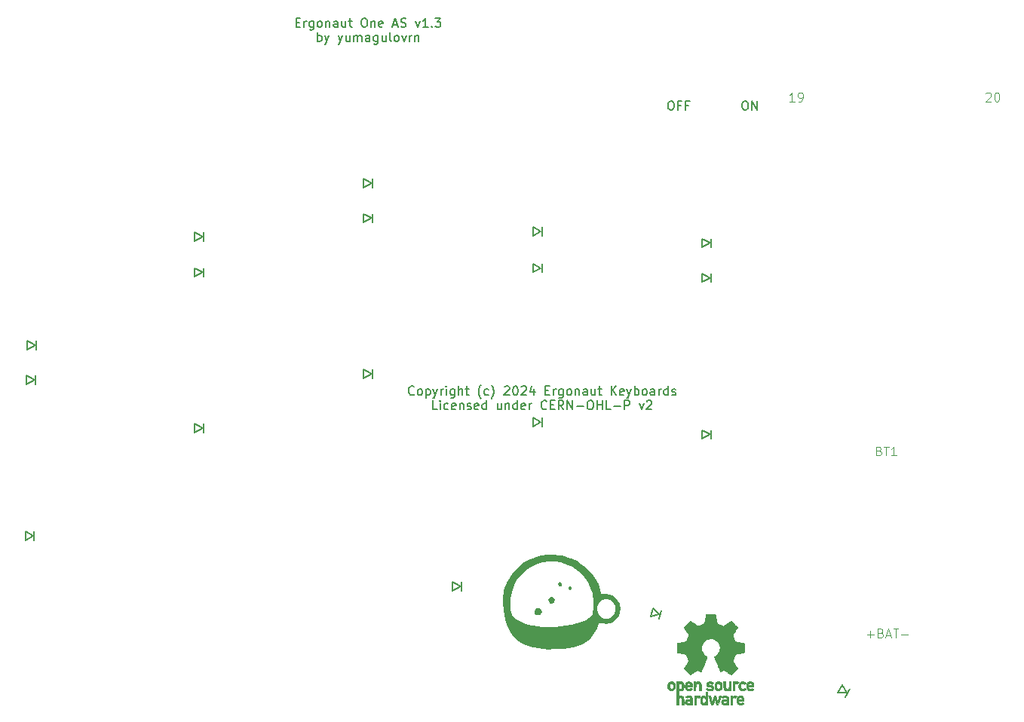
<source format=gto>
%TF.GenerationSoftware,KiCad,Pcbnew,8.0.5*%
%TF.CreationDate,2024-10-08T05:15:30+03:00*%
%TF.ProjectId,1_3AS,315f3341-532e-46b6-9963-61645f706362,rev?*%
%TF.SameCoordinates,Original*%
%TF.FileFunction,Legend,Top*%
%TF.FilePolarity,Positive*%
%FSLAX46Y46*%
G04 Gerber Fmt 4.6, Leading zero omitted, Abs format (unit mm)*
G04 Created by KiCad (PCBNEW 8.0.5) date 2024-10-08 05:15:30*
%MOMM*%
%LPD*%
G01*
G04 APERTURE LIST*
%ADD10C,0.200000*%
%ADD11C,0.100000*%
%ADD12C,0.150000*%
%ADD13C,0.010000*%
%ADD14C,0.000000*%
G04 APERTURE END LIST*
D10*
X133404761Y-50123437D02*
X133738094Y-50123437D01*
X133880951Y-50647247D02*
X133404761Y-50647247D01*
X133404761Y-50647247D02*
X133404761Y-49647247D01*
X133404761Y-49647247D02*
X133880951Y-49647247D01*
X134309523Y-50647247D02*
X134309523Y-49980580D01*
X134309523Y-50171056D02*
X134357142Y-50075818D01*
X134357142Y-50075818D02*
X134404761Y-50028199D01*
X134404761Y-50028199D02*
X134499999Y-49980580D01*
X134499999Y-49980580D02*
X134595237Y-49980580D01*
X135357142Y-49980580D02*
X135357142Y-50790104D01*
X135357142Y-50790104D02*
X135309523Y-50885342D01*
X135309523Y-50885342D02*
X135261904Y-50932961D01*
X135261904Y-50932961D02*
X135166666Y-50980580D01*
X135166666Y-50980580D02*
X135023809Y-50980580D01*
X135023809Y-50980580D02*
X134928571Y-50932961D01*
X135357142Y-50599628D02*
X135261904Y-50647247D01*
X135261904Y-50647247D02*
X135071428Y-50647247D01*
X135071428Y-50647247D02*
X134976190Y-50599628D01*
X134976190Y-50599628D02*
X134928571Y-50552008D01*
X134928571Y-50552008D02*
X134880952Y-50456770D01*
X134880952Y-50456770D02*
X134880952Y-50171056D01*
X134880952Y-50171056D02*
X134928571Y-50075818D01*
X134928571Y-50075818D02*
X134976190Y-50028199D01*
X134976190Y-50028199D02*
X135071428Y-49980580D01*
X135071428Y-49980580D02*
X135261904Y-49980580D01*
X135261904Y-49980580D02*
X135357142Y-50028199D01*
X135976190Y-50647247D02*
X135880952Y-50599628D01*
X135880952Y-50599628D02*
X135833333Y-50552008D01*
X135833333Y-50552008D02*
X135785714Y-50456770D01*
X135785714Y-50456770D02*
X135785714Y-50171056D01*
X135785714Y-50171056D02*
X135833333Y-50075818D01*
X135833333Y-50075818D02*
X135880952Y-50028199D01*
X135880952Y-50028199D02*
X135976190Y-49980580D01*
X135976190Y-49980580D02*
X136119047Y-49980580D01*
X136119047Y-49980580D02*
X136214285Y-50028199D01*
X136214285Y-50028199D02*
X136261904Y-50075818D01*
X136261904Y-50075818D02*
X136309523Y-50171056D01*
X136309523Y-50171056D02*
X136309523Y-50456770D01*
X136309523Y-50456770D02*
X136261904Y-50552008D01*
X136261904Y-50552008D02*
X136214285Y-50599628D01*
X136214285Y-50599628D02*
X136119047Y-50647247D01*
X136119047Y-50647247D02*
X135976190Y-50647247D01*
X136738095Y-49980580D02*
X136738095Y-50647247D01*
X136738095Y-50075818D02*
X136785714Y-50028199D01*
X136785714Y-50028199D02*
X136880952Y-49980580D01*
X136880952Y-49980580D02*
X137023809Y-49980580D01*
X137023809Y-49980580D02*
X137119047Y-50028199D01*
X137119047Y-50028199D02*
X137166666Y-50123437D01*
X137166666Y-50123437D02*
X137166666Y-50647247D01*
X138071428Y-50647247D02*
X138071428Y-50123437D01*
X138071428Y-50123437D02*
X138023809Y-50028199D01*
X138023809Y-50028199D02*
X137928571Y-49980580D01*
X137928571Y-49980580D02*
X137738095Y-49980580D01*
X137738095Y-49980580D02*
X137642857Y-50028199D01*
X138071428Y-50599628D02*
X137976190Y-50647247D01*
X137976190Y-50647247D02*
X137738095Y-50647247D01*
X137738095Y-50647247D02*
X137642857Y-50599628D01*
X137642857Y-50599628D02*
X137595238Y-50504389D01*
X137595238Y-50504389D02*
X137595238Y-50409151D01*
X137595238Y-50409151D02*
X137642857Y-50313913D01*
X137642857Y-50313913D02*
X137738095Y-50266294D01*
X137738095Y-50266294D02*
X137976190Y-50266294D01*
X137976190Y-50266294D02*
X138071428Y-50218675D01*
X138976190Y-49980580D02*
X138976190Y-50647247D01*
X138547619Y-49980580D02*
X138547619Y-50504389D01*
X138547619Y-50504389D02*
X138595238Y-50599628D01*
X138595238Y-50599628D02*
X138690476Y-50647247D01*
X138690476Y-50647247D02*
X138833333Y-50647247D01*
X138833333Y-50647247D02*
X138928571Y-50599628D01*
X138928571Y-50599628D02*
X138976190Y-50552008D01*
X139309524Y-49980580D02*
X139690476Y-49980580D01*
X139452381Y-49647247D02*
X139452381Y-50504389D01*
X139452381Y-50504389D02*
X139500000Y-50599628D01*
X139500000Y-50599628D02*
X139595238Y-50647247D01*
X139595238Y-50647247D02*
X139690476Y-50647247D01*
X140976191Y-49647247D02*
X141166667Y-49647247D01*
X141166667Y-49647247D02*
X141261905Y-49694866D01*
X141261905Y-49694866D02*
X141357143Y-49790104D01*
X141357143Y-49790104D02*
X141404762Y-49980580D01*
X141404762Y-49980580D02*
X141404762Y-50313913D01*
X141404762Y-50313913D02*
X141357143Y-50504389D01*
X141357143Y-50504389D02*
X141261905Y-50599628D01*
X141261905Y-50599628D02*
X141166667Y-50647247D01*
X141166667Y-50647247D02*
X140976191Y-50647247D01*
X140976191Y-50647247D02*
X140880953Y-50599628D01*
X140880953Y-50599628D02*
X140785715Y-50504389D01*
X140785715Y-50504389D02*
X140738096Y-50313913D01*
X140738096Y-50313913D02*
X140738096Y-49980580D01*
X140738096Y-49980580D02*
X140785715Y-49790104D01*
X140785715Y-49790104D02*
X140880953Y-49694866D01*
X140880953Y-49694866D02*
X140976191Y-49647247D01*
X141833334Y-49980580D02*
X141833334Y-50647247D01*
X141833334Y-50075818D02*
X141880953Y-50028199D01*
X141880953Y-50028199D02*
X141976191Y-49980580D01*
X141976191Y-49980580D02*
X142119048Y-49980580D01*
X142119048Y-49980580D02*
X142214286Y-50028199D01*
X142214286Y-50028199D02*
X142261905Y-50123437D01*
X142261905Y-50123437D02*
X142261905Y-50647247D01*
X143119048Y-50599628D02*
X143023810Y-50647247D01*
X143023810Y-50647247D02*
X142833334Y-50647247D01*
X142833334Y-50647247D02*
X142738096Y-50599628D01*
X142738096Y-50599628D02*
X142690477Y-50504389D01*
X142690477Y-50504389D02*
X142690477Y-50123437D01*
X142690477Y-50123437D02*
X142738096Y-50028199D01*
X142738096Y-50028199D02*
X142833334Y-49980580D01*
X142833334Y-49980580D02*
X143023810Y-49980580D01*
X143023810Y-49980580D02*
X143119048Y-50028199D01*
X143119048Y-50028199D02*
X143166667Y-50123437D01*
X143166667Y-50123437D02*
X143166667Y-50218675D01*
X143166667Y-50218675D02*
X142690477Y-50313913D01*
X144309525Y-50361532D02*
X144785715Y-50361532D01*
X144214287Y-50647247D02*
X144547620Y-49647247D01*
X144547620Y-49647247D02*
X144880953Y-50647247D01*
X145166668Y-50599628D02*
X145309525Y-50647247D01*
X145309525Y-50647247D02*
X145547620Y-50647247D01*
X145547620Y-50647247D02*
X145642858Y-50599628D01*
X145642858Y-50599628D02*
X145690477Y-50552008D01*
X145690477Y-50552008D02*
X145738096Y-50456770D01*
X145738096Y-50456770D02*
X145738096Y-50361532D01*
X145738096Y-50361532D02*
X145690477Y-50266294D01*
X145690477Y-50266294D02*
X145642858Y-50218675D01*
X145642858Y-50218675D02*
X145547620Y-50171056D01*
X145547620Y-50171056D02*
X145357144Y-50123437D01*
X145357144Y-50123437D02*
X145261906Y-50075818D01*
X145261906Y-50075818D02*
X145214287Y-50028199D01*
X145214287Y-50028199D02*
X145166668Y-49932961D01*
X145166668Y-49932961D02*
X145166668Y-49837723D01*
X145166668Y-49837723D02*
X145214287Y-49742485D01*
X145214287Y-49742485D02*
X145261906Y-49694866D01*
X145261906Y-49694866D02*
X145357144Y-49647247D01*
X145357144Y-49647247D02*
X145595239Y-49647247D01*
X145595239Y-49647247D02*
X145738096Y-49694866D01*
X146833335Y-49980580D02*
X147071430Y-50647247D01*
X147071430Y-50647247D02*
X147309525Y-49980580D01*
X148214287Y-50647247D02*
X147642859Y-50647247D01*
X147928573Y-50647247D02*
X147928573Y-49647247D01*
X147928573Y-49647247D02*
X147833335Y-49790104D01*
X147833335Y-49790104D02*
X147738097Y-49885342D01*
X147738097Y-49885342D02*
X147642859Y-49932961D01*
X148642859Y-50552008D02*
X148690478Y-50599628D01*
X148690478Y-50599628D02*
X148642859Y-50647247D01*
X148642859Y-50647247D02*
X148595240Y-50599628D01*
X148595240Y-50599628D02*
X148642859Y-50552008D01*
X148642859Y-50552008D02*
X148642859Y-50647247D01*
X149023811Y-49647247D02*
X149642858Y-49647247D01*
X149642858Y-49647247D02*
X149309525Y-50028199D01*
X149309525Y-50028199D02*
X149452382Y-50028199D01*
X149452382Y-50028199D02*
X149547620Y-50075818D01*
X149547620Y-50075818D02*
X149595239Y-50123437D01*
X149595239Y-50123437D02*
X149642858Y-50218675D01*
X149642858Y-50218675D02*
X149642858Y-50456770D01*
X149642858Y-50456770D02*
X149595239Y-50552008D01*
X149595239Y-50552008D02*
X149547620Y-50599628D01*
X149547620Y-50599628D02*
X149452382Y-50647247D01*
X149452382Y-50647247D02*
X149166668Y-50647247D01*
X149166668Y-50647247D02*
X149071430Y-50599628D01*
X149071430Y-50599628D02*
X149023811Y-50552008D01*
X135809523Y-52257191D02*
X135809523Y-51257191D01*
X135809523Y-51638143D02*
X135904761Y-51590524D01*
X135904761Y-51590524D02*
X136095237Y-51590524D01*
X136095237Y-51590524D02*
X136190475Y-51638143D01*
X136190475Y-51638143D02*
X136238094Y-51685762D01*
X136238094Y-51685762D02*
X136285713Y-51781000D01*
X136285713Y-51781000D02*
X136285713Y-52066714D01*
X136285713Y-52066714D02*
X136238094Y-52161952D01*
X136238094Y-52161952D02*
X136190475Y-52209572D01*
X136190475Y-52209572D02*
X136095237Y-52257191D01*
X136095237Y-52257191D02*
X135904761Y-52257191D01*
X135904761Y-52257191D02*
X135809523Y-52209572D01*
X136619047Y-51590524D02*
X136857142Y-52257191D01*
X137095237Y-51590524D02*
X136857142Y-52257191D01*
X136857142Y-52257191D02*
X136761904Y-52495286D01*
X136761904Y-52495286D02*
X136714285Y-52542905D01*
X136714285Y-52542905D02*
X136619047Y-52590524D01*
X138142857Y-51590524D02*
X138380952Y-52257191D01*
X138619047Y-51590524D02*
X138380952Y-52257191D01*
X138380952Y-52257191D02*
X138285714Y-52495286D01*
X138285714Y-52495286D02*
X138238095Y-52542905D01*
X138238095Y-52542905D02*
X138142857Y-52590524D01*
X139428571Y-51590524D02*
X139428571Y-52257191D01*
X139000000Y-51590524D02*
X139000000Y-52114333D01*
X139000000Y-52114333D02*
X139047619Y-52209572D01*
X139047619Y-52209572D02*
X139142857Y-52257191D01*
X139142857Y-52257191D02*
X139285714Y-52257191D01*
X139285714Y-52257191D02*
X139380952Y-52209572D01*
X139380952Y-52209572D02*
X139428571Y-52161952D01*
X139904762Y-52257191D02*
X139904762Y-51590524D01*
X139904762Y-51685762D02*
X139952381Y-51638143D01*
X139952381Y-51638143D02*
X140047619Y-51590524D01*
X140047619Y-51590524D02*
X140190476Y-51590524D01*
X140190476Y-51590524D02*
X140285714Y-51638143D01*
X140285714Y-51638143D02*
X140333333Y-51733381D01*
X140333333Y-51733381D02*
X140333333Y-52257191D01*
X140333333Y-51733381D02*
X140380952Y-51638143D01*
X140380952Y-51638143D02*
X140476190Y-51590524D01*
X140476190Y-51590524D02*
X140619047Y-51590524D01*
X140619047Y-51590524D02*
X140714286Y-51638143D01*
X140714286Y-51638143D02*
X140761905Y-51733381D01*
X140761905Y-51733381D02*
X140761905Y-52257191D01*
X141666666Y-52257191D02*
X141666666Y-51733381D01*
X141666666Y-51733381D02*
X141619047Y-51638143D01*
X141619047Y-51638143D02*
X141523809Y-51590524D01*
X141523809Y-51590524D02*
X141333333Y-51590524D01*
X141333333Y-51590524D02*
X141238095Y-51638143D01*
X141666666Y-52209572D02*
X141571428Y-52257191D01*
X141571428Y-52257191D02*
X141333333Y-52257191D01*
X141333333Y-52257191D02*
X141238095Y-52209572D01*
X141238095Y-52209572D02*
X141190476Y-52114333D01*
X141190476Y-52114333D02*
X141190476Y-52019095D01*
X141190476Y-52019095D02*
X141238095Y-51923857D01*
X141238095Y-51923857D02*
X141333333Y-51876238D01*
X141333333Y-51876238D02*
X141571428Y-51876238D01*
X141571428Y-51876238D02*
X141666666Y-51828619D01*
X142571428Y-51590524D02*
X142571428Y-52400048D01*
X142571428Y-52400048D02*
X142523809Y-52495286D01*
X142523809Y-52495286D02*
X142476190Y-52542905D01*
X142476190Y-52542905D02*
X142380952Y-52590524D01*
X142380952Y-52590524D02*
X142238095Y-52590524D01*
X142238095Y-52590524D02*
X142142857Y-52542905D01*
X142571428Y-52209572D02*
X142476190Y-52257191D01*
X142476190Y-52257191D02*
X142285714Y-52257191D01*
X142285714Y-52257191D02*
X142190476Y-52209572D01*
X142190476Y-52209572D02*
X142142857Y-52161952D01*
X142142857Y-52161952D02*
X142095238Y-52066714D01*
X142095238Y-52066714D02*
X142095238Y-51781000D01*
X142095238Y-51781000D02*
X142142857Y-51685762D01*
X142142857Y-51685762D02*
X142190476Y-51638143D01*
X142190476Y-51638143D02*
X142285714Y-51590524D01*
X142285714Y-51590524D02*
X142476190Y-51590524D01*
X142476190Y-51590524D02*
X142571428Y-51638143D01*
X143476190Y-51590524D02*
X143476190Y-52257191D01*
X143047619Y-51590524D02*
X143047619Y-52114333D01*
X143047619Y-52114333D02*
X143095238Y-52209572D01*
X143095238Y-52209572D02*
X143190476Y-52257191D01*
X143190476Y-52257191D02*
X143333333Y-52257191D01*
X143333333Y-52257191D02*
X143428571Y-52209572D01*
X143428571Y-52209572D02*
X143476190Y-52161952D01*
X144095238Y-52257191D02*
X144000000Y-52209572D01*
X144000000Y-52209572D02*
X143952381Y-52114333D01*
X143952381Y-52114333D02*
X143952381Y-51257191D01*
X144619048Y-52257191D02*
X144523810Y-52209572D01*
X144523810Y-52209572D02*
X144476191Y-52161952D01*
X144476191Y-52161952D02*
X144428572Y-52066714D01*
X144428572Y-52066714D02*
X144428572Y-51781000D01*
X144428572Y-51781000D02*
X144476191Y-51685762D01*
X144476191Y-51685762D02*
X144523810Y-51638143D01*
X144523810Y-51638143D02*
X144619048Y-51590524D01*
X144619048Y-51590524D02*
X144761905Y-51590524D01*
X144761905Y-51590524D02*
X144857143Y-51638143D01*
X144857143Y-51638143D02*
X144904762Y-51685762D01*
X144904762Y-51685762D02*
X144952381Y-51781000D01*
X144952381Y-51781000D02*
X144952381Y-52066714D01*
X144952381Y-52066714D02*
X144904762Y-52161952D01*
X144904762Y-52161952D02*
X144857143Y-52209572D01*
X144857143Y-52209572D02*
X144761905Y-52257191D01*
X144761905Y-52257191D02*
X144619048Y-52257191D01*
X145285715Y-51590524D02*
X145523810Y-52257191D01*
X145523810Y-52257191D02*
X145761905Y-51590524D01*
X146142858Y-52257191D02*
X146142858Y-51590524D01*
X146142858Y-51781000D02*
X146190477Y-51685762D01*
X146190477Y-51685762D02*
X146238096Y-51638143D01*
X146238096Y-51638143D02*
X146333334Y-51590524D01*
X146333334Y-51590524D02*
X146428572Y-51590524D01*
X146761906Y-51590524D02*
X146761906Y-52257191D01*
X146761906Y-51685762D02*
X146809525Y-51638143D01*
X146809525Y-51638143D02*
X146904763Y-51590524D01*
X146904763Y-51590524D02*
X147047620Y-51590524D01*
X147047620Y-51590524D02*
X147142858Y-51638143D01*
X147142858Y-51638143D02*
X147190477Y-51733381D01*
X147190477Y-51733381D02*
X147190477Y-52257191D01*
X146655044Y-91881008D02*
X146607425Y-91928628D01*
X146607425Y-91928628D02*
X146464568Y-91976247D01*
X146464568Y-91976247D02*
X146369330Y-91976247D01*
X146369330Y-91976247D02*
X146226473Y-91928628D01*
X146226473Y-91928628D02*
X146131235Y-91833389D01*
X146131235Y-91833389D02*
X146083616Y-91738151D01*
X146083616Y-91738151D02*
X146035997Y-91547675D01*
X146035997Y-91547675D02*
X146035997Y-91404818D01*
X146035997Y-91404818D02*
X146083616Y-91214342D01*
X146083616Y-91214342D02*
X146131235Y-91119104D01*
X146131235Y-91119104D02*
X146226473Y-91023866D01*
X146226473Y-91023866D02*
X146369330Y-90976247D01*
X146369330Y-90976247D02*
X146464568Y-90976247D01*
X146464568Y-90976247D02*
X146607425Y-91023866D01*
X146607425Y-91023866D02*
X146655044Y-91071485D01*
X147226473Y-91976247D02*
X147131235Y-91928628D01*
X147131235Y-91928628D02*
X147083616Y-91881008D01*
X147083616Y-91881008D02*
X147035997Y-91785770D01*
X147035997Y-91785770D02*
X147035997Y-91500056D01*
X147035997Y-91500056D02*
X147083616Y-91404818D01*
X147083616Y-91404818D02*
X147131235Y-91357199D01*
X147131235Y-91357199D02*
X147226473Y-91309580D01*
X147226473Y-91309580D02*
X147369330Y-91309580D01*
X147369330Y-91309580D02*
X147464568Y-91357199D01*
X147464568Y-91357199D02*
X147512187Y-91404818D01*
X147512187Y-91404818D02*
X147559806Y-91500056D01*
X147559806Y-91500056D02*
X147559806Y-91785770D01*
X147559806Y-91785770D02*
X147512187Y-91881008D01*
X147512187Y-91881008D02*
X147464568Y-91928628D01*
X147464568Y-91928628D02*
X147369330Y-91976247D01*
X147369330Y-91976247D02*
X147226473Y-91976247D01*
X147988378Y-91309580D02*
X147988378Y-92309580D01*
X147988378Y-91357199D02*
X148083616Y-91309580D01*
X148083616Y-91309580D02*
X148274092Y-91309580D01*
X148274092Y-91309580D02*
X148369330Y-91357199D01*
X148369330Y-91357199D02*
X148416949Y-91404818D01*
X148416949Y-91404818D02*
X148464568Y-91500056D01*
X148464568Y-91500056D02*
X148464568Y-91785770D01*
X148464568Y-91785770D02*
X148416949Y-91881008D01*
X148416949Y-91881008D02*
X148369330Y-91928628D01*
X148369330Y-91928628D02*
X148274092Y-91976247D01*
X148274092Y-91976247D02*
X148083616Y-91976247D01*
X148083616Y-91976247D02*
X147988378Y-91928628D01*
X148797902Y-91309580D02*
X149035997Y-91976247D01*
X149274092Y-91309580D02*
X149035997Y-91976247D01*
X149035997Y-91976247D02*
X148940759Y-92214342D01*
X148940759Y-92214342D02*
X148893140Y-92261961D01*
X148893140Y-92261961D02*
X148797902Y-92309580D01*
X149655045Y-91976247D02*
X149655045Y-91309580D01*
X149655045Y-91500056D02*
X149702664Y-91404818D01*
X149702664Y-91404818D02*
X149750283Y-91357199D01*
X149750283Y-91357199D02*
X149845521Y-91309580D01*
X149845521Y-91309580D02*
X149940759Y-91309580D01*
X150274093Y-91976247D02*
X150274093Y-91309580D01*
X150274093Y-90976247D02*
X150226474Y-91023866D01*
X150226474Y-91023866D02*
X150274093Y-91071485D01*
X150274093Y-91071485D02*
X150321712Y-91023866D01*
X150321712Y-91023866D02*
X150274093Y-90976247D01*
X150274093Y-90976247D02*
X150274093Y-91071485D01*
X151178854Y-91309580D02*
X151178854Y-92119104D01*
X151178854Y-92119104D02*
X151131235Y-92214342D01*
X151131235Y-92214342D02*
X151083616Y-92261961D01*
X151083616Y-92261961D02*
X150988378Y-92309580D01*
X150988378Y-92309580D02*
X150845521Y-92309580D01*
X150845521Y-92309580D02*
X150750283Y-92261961D01*
X151178854Y-91928628D02*
X151083616Y-91976247D01*
X151083616Y-91976247D02*
X150893140Y-91976247D01*
X150893140Y-91976247D02*
X150797902Y-91928628D01*
X150797902Y-91928628D02*
X150750283Y-91881008D01*
X150750283Y-91881008D02*
X150702664Y-91785770D01*
X150702664Y-91785770D02*
X150702664Y-91500056D01*
X150702664Y-91500056D02*
X150750283Y-91404818D01*
X150750283Y-91404818D02*
X150797902Y-91357199D01*
X150797902Y-91357199D02*
X150893140Y-91309580D01*
X150893140Y-91309580D02*
X151083616Y-91309580D01*
X151083616Y-91309580D02*
X151178854Y-91357199D01*
X151655045Y-91976247D02*
X151655045Y-90976247D01*
X152083616Y-91976247D02*
X152083616Y-91452437D01*
X152083616Y-91452437D02*
X152035997Y-91357199D01*
X152035997Y-91357199D02*
X151940759Y-91309580D01*
X151940759Y-91309580D02*
X151797902Y-91309580D01*
X151797902Y-91309580D02*
X151702664Y-91357199D01*
X151702664Y-91357199D02*
X151655045Y-91404818D01*
X152416950Y-91309580D02*
X152797902Y-91309580D01*
X152559807Y-90976247D02*
X152559807Y-91833389D01*
X152559807Y-91833389D02*
X152607426Y-91928628D01*
X152607426Y-91928628D02*
X152702664Y-91976247D01*
X152702664Y-91976247D02*
X152797902Y-91976247D01*
X154178855Y-92357199D02*
X154131236Y-92309580D01*
X154131236Y-92309580D02*
X154035998Y-92166723D01*
X154035998Y-92166723D02*
X153988379Y-92071485D01*
X153988379Y-92071485D02*
X153940760Y-91928628D01*
X153940760Y-91928628D02*
X153893141Y-91690532D01*
X153893141Y-91690532D02*
X153893141Y-91500056D01*
X153893141Y-91500056D02*
X153940760Y-91261961D01*
X153940760Y-91261961D02*
X153988379Y-91119104D01*
X153988379Y-91119104D02*
X154035998Y-91023866D01*
X154035998Y-91023866D02*
X154131236Y-90881008D01*
X154131236Y-90881008D02*
X154178855Y-90833389D01*
X154988379Y-91928628D02*
X154893141Y-91976247D01*
X154893141Y-91976247D02*
X154702665Y-91976247D01*
X154702665Y-91976247D02*
X154607427Y-91928628D01*
X154607427Y-91928628D02*
X154559808Y-91881008D01*
X154559808Y-91881008D02*
X154512189Y-91785770D01*
X154512189Y-91785770D02*
X154512189Y-91500056D01*
X154512189Y-91500056D02*
X154559808Y-91404818D01*
X154559808Y-91404818D02*
X154607427Y-91357199D01*
X154607427Y-91357199D02*
X154702665Y-91309580D01*
X154702665Y-91309580D02*
X154893141Y-91309580D01*
X154893141Y-91309580D02*
X154988379Y-91357199D01*
X155321713Y-92357199D02*
X155369332Y-92309580D01*
X155369332Y-92309580D02*
X155464570Y-92166723D01*
X155464570Y-92166723D02*
X155512189Y-92071485D01*
X155512189Y-92071485D02*
X155559808Y-91928628D01*
X155559808Y-91928628D02*
X155607427Y-91690532D01*
X155607427Y-91690532D02*
X155607427Y-91500056D01*
X155607427Y-91500056D02*
X155559808Y-91261961D01*
X155559808Y-91261961D02*
X155512189Y-91119104D01*
X155512189Y-91119104D02*
X155464570Y-91023866D01*
X155464570Y-91023866D02*
X155369332Y-90881008D01*
X155369332Y-90881008D02*
X155321713Y-90833389D01*
X156797904Y-91071485D02*
X156845523Y-91023866D01*
X156845523Y-91023866D02*
X156940761Y-90976247D01*
X156940761Y-90976247D02*
X157178856Y-90976247D01*
X157178856Y-90976247D02*
X157274094Y-91023866D01*
X157274094Y-91023866D02*
X157321713Y-91071485D01*
X157321713Y-91071485D02*
X157369332Y-91166723D01*
X157369332Y-91166723D02*
X157369332Y-91261961D01*
X157369332Y-91261961D02*
X157321713Y-91404818D01*
X157321713Y-91404818D02*
X156750285Y-91976247D01*
X156750285Y-91976247D02*
X157369332Y-91976247D01*
X157988380Y-90976247D02*
X158083618Y-90976247D01*
X158083618Y-90976247D02*
X158178856Y-91023866D01*
X158178856Y-91023866D02*
X158226475Y-91071485D01*
X158226475Y-91071485D02*
X158274094Y-91166723D01*
X158274094Y-91166723D02*
X158321713Y-91357199D01*
X158321713Y-91357199D02*
X158321713Y-91595294D01*
X158321713Y-91595294D02*
X158274094Y-91785770D01*
X158274094Y-91785770D02*
X158226475Y-91881008D01*
X158226475Y-91881008D02*
X158178856Y-91928628D01*
X158178856Y-91928628D02*
X158083618Y-91976247D01*
X158083618Y-91976247D02*
X157988380Y-91976247D01*
X157988380Y-91976247D02*
X157893142Y-91928628D01*
X157893142Y-91928628D02*
X157845523Y-91881008D01*
X157845523Y-91881008D02*
X157797904Y-91785770D01*
X157797904Y-91785770D02*
X157750285Y-91595294D01*
X157750285Y-91595294D02*
X157750285Y-91357199D01*
X157750285Y-91357199D02*
X157797904Y-91166723D01*
X157797904Y-91166723D02*
X157845523Y-91071485D01*
X157845523Y-91071485D02*
X157893142Y-91023866D01*
X157893142Y-91023866D02*
X157988380Y-90976247D01*
X158702666Y-91071485D02*
X158750285Y-91023866D01*
X158750285Y-91023866D02*
X158845523Y-90976247D01*
X158845523Y-90976247D02*
X159083618Y-90976247D01*
X159083618Y-90976247D02*
X159178856Y-91023866D01*
X159178856Y-91023866D02*
X159226475Y-91071485D01*
X159226475Y-91071485D02*
X159274094Y-91166723D01*
X159274094Y-91166723D02*
X159274094Y-91261961D01*
X159274094Y-91261961D02*
X159226475Y-91404818D01*
X159226475Y-91404818D02*
X158655047Y-91976247D01*
X158655047Y-91976247D02*
X159274094Y-91976247D01*
X160131237Y-91309580D02*
X160131237Y-91976247D01*
X159893142Y-90928628D02*
X159655047Y-91642913D01*
X159655047Y-91642913D02*
X160274094Y-91642913D01*
X161416952Y-91452437D02*
X161750285Y-91452437D01*
X161893142Y-91976247D02*
X161416952Y-91976247D01*
X161416952Y-91976247D02*
X161416952Y-90976247D01*
X161416952Y-90976247D02*
X161893142Y-90976247D01*
X162321714Y-91976247D02*
X162321714Y-91309580D01*
X162321714Y-91500056D02*
X162369333Y-91404818D01*
X162369333Y-91404818D02*
X162416952Y-91357199D01*
X162416952Y-91357199D02*
X162512190Y-91309580D01*
X162512190Y-91309580D02*
X162607428Y-91309580D01*
X163369333Y-91309580D02*
X163369333Y-92119104D01*
X163369333Y-92119104D02*
X163321714Y-92214342D01*
X163321714Y-92214342D02*
X163274095Y-92261961D01*
X163274095Y-92261961D02*
X163178857Y-92309580D01*
X163178857Y-92309580D02*
X163036000Y-92309580D01*
X163036000Y-92309580D02*
X162940762Y-92261961D01*
X163369333Y-91928628D02*
X163274095Y-91976247D01*
X163274095Y-91976247D02*
X163083619Y-91976247D01*
X163083619Y-91976247D02*
X162988381Y-91928628D01*
X162988381Y-91928628D02*
X162940762Y-91881008D01*
X162940762Y-91881008D02*
X162893143Y-91785770D01*
X162893143Y-91785770D02*
X162893143Y-91500056D01*
X162893143Y-91500056D02*
X162940762Y-91404818D01*
X162940762Y-91404818D02*
X162988381Y-91357199D01*
X162988381Y-91357199D02*
X163083619Y-91309580D01*
X163083619Y-91309580D02*
X163274095Y-91309580D01*
X163274095Y-91309580D02*
X163369333Y-91357199D01*
X163988381Y-91976247D02*
X163893143Y-91928628D01*
X163893143Y-91928628D02*
X163845524Y-91881008D01*
X163845524Y-91881008D02*
X163797905Y-91785770D01*
X163797905Y-91785770D02*
X163797905Y-91500056D01*
X163797905Y-91500056D02*
X163845524Y-91404818D01*
X163845524Y-91404818D02*
X163893143Y-91357199D01*
X163893143Y-91357199D02*
X163988381Y-91309580D01*
X163988381Y-91309580D02*
X164131238Y-91309580D01*
X164131238Y-91309580D02*
X164226476Y-91357199D01*
X164226476Y-91357199D02*
X164274095Y-91404818D01*
X164274095Y-91404818D02*
X164321714Y-91500056D01*
X164321714Y-91500056D02*
X164321714Y-91785770D01*
X164321714Y-91785770D02*
X164274095Y-91881008D01*
X164274095Y-91881008D02*
X164226476Y-91928628D01*
X164226476Y-91928628D02*
X164131238Y-91976247D01*
X164131238Y-91976247D02*
X163988381Y-91976247D01*
X164750286Y-91309580D02*
X164750286Y-91976247D01*
X164750286Y-91404818D02*
X164797905Y-91357199D01*
X164797905Y-91357199D02*
X164893143Y-91309580D01*
X164893143Y-91309580D02*
X165036000Y-91309580D01*
X165036000Y-91309580D02*
X165131238Y-91357199D01*
X165131238Y-91357199D02*
X165178857Y-91452437D01*
X165178857Y-91452437D02*
X165178857Y-91976247D01*
X166083619Y-91976247D02*
X166083619Y-91452437D01*
X166083619Y-91452437D02*
X166036000Y-91357199D01*
X166036000Y-91357199D02*
X165940762Y-91309580D01*
X165940762Y-91309580D02*
X165750286Y-91309580D01*
X165750286Y-91309580D02*
X165655048Y-91357199D01*
X166083619Y-91928628D02*
X165988381Y-91976247D01*
X165988381Y-91976247D02*
X165750286Y-91976247D01*
X165750286Y-91976247D02*
X165655048Y-91928628D01*
X165655048Y-91928628D02*
X165607429Y-91833389D01*
X165607429Y-91833389D02*
X165607429Y-91738151D01*
X165607429Y-91738151D02*
X165655048Y-91642913D01*
X165655048Y-91642913D02*
X165750286Y-91595294D01*
X165750286Y-91595294D02*
X165988381Y-91595294D01*
X165988381Y-91595294D02*
X166083619Y-91547675D01*
X166988381Y-91309580D02*
X166988381Y-91976247D01*
X166559810Y-91309580D02*
X166559810Y-91833389D01*
X166559810Y-91833389D02*
X166607429Y-91928628D01*
X166607429Y-91928628D02*
X166702667Y-91976247D01*
X166702667Y-91976247D02*
X166845524Y-91976247D01*
X166845524Y-91976247D02*
X166940762Y-91928628D01*
X166940762Y-91928628D02*
X166988381Y-91881008D01*
X167321715Y-91309580D02*
X167702667Y-91309580D01*
X167464572Y-90976247D02*
X167464572Y-91833389D01*
X167464572Y-91833389D02*
X167512191Y-91928628D01*
X167512191Y-91928628D02*
X167607429Y-91976247D01*
X167607429Y-91976247D02*
X167702667Y-91976247D01*
X168797906Y-91976247D02*
X168797906Y-90976247D01*
X169369334Y-91976247D02*
X168940763Y-91404818D01*
X169369334Y-90976247D02*
X168797906Y-91547675D01*
X170178858Y-91928628D02*
X170083620Y-91976247D01*
X170083620Y-91976247D02*
X169893144Y-91976247D01*
X169893144Y-91976247D02*
X169797906Y-91928628D01*
X169797906Y-91928628D02*
X169750287Y-91833389D01*
X169750287Y-91833389D02*
X169750287Y-91452437D01*
X169750287Y-91452437D02*
X169797906Y-91357199D01*
X169797906Y-91357199D02*
X169893144Y-91309580D01*
X169893144Y-91309580D02*
X170083620Y-91309580D01*
X170083620Y-91309580D02*
X170178858Y-91357199D01*
X170178858Y-91357199D02*
X170226477Y-91452437D01*
X170226477Y-91452437D02*
X170226477Y-91547675D01*
X170226477Y-91547675D02*
X169750287Y-91642913D01*
X170559811Y-91309580D02*
X170797906Y-91976247D01*
X171036001Y-91309580D02*
X170797906Y-91976247D01*
X170797906Y-91976247D02*
X170702668Y-92214342D01*
X170702668Y-92214342D02*
X170655049Y-92261961D01*
X170655049Y-92261961D02*
X170559811Y-92309580D01*
X171416954Y-91976247D02*
X171416954Y-90976247D01*
X171416954Y-91357199D02*
X171512192Y-91309580D01*
X171512192Y-91309580D02*
X171702668Y-91309580D01*
X171702668Y-91309580D02*
X171797906Y-91357199D01*
X171797906Y-91357199D02*
X171845525Y-91404818D01*
X171845525Y-91404818D02*
X171893144Y-91500056D01*
X171893144Y-91500056D02*
X171893144Y-91785770D01*
X171893144Y-91785770D02*
X171845525Y-91881008D01*
X171845525Y-91881008D02*
X171797906Y-91928628D01*
X171797906Y-91928628D02*
X171702668Y-91976247D01*
X171702668Y-91976247D02*
X171512192Y-91976247D01*
X171512192Y-91976247D02*
X171416954Y-91928628D01*
X172464573Y-91976247D02*
X172369335Y-91928628D01*
X172369335Y-91928628D02*
X172321716Y-91881008D01*
X172321716Y-91881008D02*
X172274097Y-91785770D01*
X172274097Y-91785770D02*
X172274097Y-91500056D01*
X172274097Y-91500056D02*
X172321716Y-91404818D01*
X172321716Y-91404818D02*
X172369335Y-91357199D01*
X172369335Y-91357199D02*
X172464573Y-91309580D01*
X172464573Y-91309580D02*
X172607430Y-91309580D01*
X172607430Y-91309580D02*
X172702668Y-91357199D01*
X172702668Y-91357199D02*
X172750287Y-91404818D01*
X172750287Y-91404818D02*
X172797906Y-91500056D01*
X172797906Y-91500056D02*
X172797906Y-91785770D01*
X172797906Y-91785770D02*
X172750287Y-91881008D01*
X172750287Y-91881008D02*
X172702668Y-91928628D01*
X172702668Y-91928628D02*
X172607430Y-91976247D01*
X172607430Y-91976247D02*
X172464573Y-91976247D01*
X173655049Y-91976247D02*
X173655049Y-91452437D01*
X173655049Y-91452437D02*
X173607430Y-91357199D01*
X173607430Y-91357199D02*
X173512192Y-91309580D01*
X173512192Y-91309580D02*
X173321716Y-91309580D01*
X173321716Y-91309580D02*
X173226478Y-91357199D01*
X173655049Y-91928628D02*
X173559811Y-91976247D01*
X173559811Y-91976247D02*
X173321716Y-91976247D01*
X173321716Y-91976247D02*
X173226478Y-91928628D01*
X173226478Y-91928628D02*
X173178859Y-91833389D01*
X173178859Y-91833389D02*
X173178859Y-91738151D01*
X173178859Y-91738151D02*
X173226478Y-91642913D01*
X173226478Y-91642913D02*
X173321716Y-91595294D01*
X173321716Y-91595294D02*
X173559811Y-91595294D01*
X173559811Y-91595294D02*
X173655049Y-91547675D01*
X174131240Y-91976247D02*
X174131240Y-91309580D01*
X174131240Y-91500056D02*
X174178859Y-91404818D01*
X174178859Y-91404818D02*
X174226478Y-91357199D01*
X174226478Y-91357199D02*
X174321716Y-91309580D01*
X174321716Y-91309580D02*
X174416954Y-91309580D01*
X175178859Y-91976247D02*
X175178859Y-90976247D01*
X175178859Y-91928628D02*
X175083621Y-91976247D01*
X175083621Y-91976247D02*
X174893145Y-91976247D01*
X174893145Y-91976247D02*
X174797907Y-91928628D01*
X174797907Y-91928628D02*
X174750288Y-91881008D01*
X174750288Y-91881008D02*
X174702669Y-91785770D01*
X174702669Y-91785770D02*
X174702669Y-91500056D01*
X174702669Y-91500056D02*
X174750288Y-91404818D01*
X174750288Y-91404818D02*
X174797907Y-91357199D01*
X174797907Y-91357199D02*
X174893145Y-91309580D01*
X174893145Y-91309580D02*
X175083621Y-91309580D01*
X175083621Y-91309580D02*
X175178859Y-91357199D01*
X175607431Y-91928628D02*
X175702669Y-91976247D01*
X175702669Y-91976247D02*
X175893145Y-91976247D01*
X175893145Y-91976247D02*
X175988383Y-91928628D01*
X175988383Y-91928628D02*
X176036002Y-91833389D01*
X176036002Y-91833389D02*
X176036002Y-91785770D01*
X176036002Y-91785770D02*
X175988383Y-91690532D01*
X175988383Y-91690532D02*
X175893145Y-91642913D01*
X175893145Y-91642913D02*
X175750288Y-91642913D01*
X175750288Y-91642913D02*
X175655050Y-91595294D01*
X175655050Y-91595294D02*
X175607431Y-91500056D01*
X175607431Y-91500056D02*
X175607431Y-91452437D01*
X175607431Y-91452437D02*
X175655050Y-91357199D01*
X175655050Y-91357199D02*
X175750288Y-91309580D01*
X175750288Y-91309580D02*
X175893145Y-91309580D01*
X175893145Y-91309580D02*
X175988383Y-91357199D01*
X149250284Y-93586191D02*
X148774094Y-93586191D01*
X148774094Y-93586191D02*
X148774094Y-92586191D01*
X149583618Y-93586191D02*
X149583618Y-92919524D01*
X149583618Y-92586191D02*
X149535999Y-92633810D01*
X149535999Y-92633810D02*
X149583618Y-92681429D01*
X149583618Y-92681429D02*
X149631237Y-92633810D01*
X149631237Y-92633810D02*
X149583618Y-92586191D01*
X149583618Y-92586191D02*
X149583618Y-92681429D01*
X150488379Y-93538572D02*
X150393141Y-93586191D01*
X150393141Y-93586191D02*
X150202665Y-93586191D01*
X150202665Y-93586191D02*
X150107427Y-93538572D01*
X150107427Y-93538572D02*
X150059808Y-93490952D01*
X150059808Y-93490952D02*
X150012189Y-93395714D01*
X150012189Y-93395714D02*
X150012189Y-93110000D01*
X150012189Y-93110000D02*
X150059808Y-93014762D01*
X150059808Y-93014762D02*
X150107427Y-92967143D01*
X150107427Y-92967143D02*
X150202665Y-92919524D01*
X150202665Y-92919524D02*
X150393141Y-92919524D01*
X150393141Y-92919524D02*
X150488379Y-92967143D01*
X151297903Y-93538572D02*
X151202665Y-93586191D01*
X151202665Y-93586191D02*
X151012189Y-93586191D01*
X151012189Y-93586191D02*
X150916951Y-93538572D01*
X150916951Y-93538572D02*
X150869332Y-93443333D01*
X150869332Y-93443333D02*
X150869332Y-93062381D01*
X150869332Y-93062381D02*
X150916951Y-92967143D01*
X150916951Y-92967143D02*
X151012189Y-92919524D01*
X151012189Y-92919524D02*
X151202665Y-92919524D01*
X151202665Y-92919524D02*
X151297903Y-92967143D01*
X151297903Y-92967143D02*
X151345522Y-93062381D01*
X151345522Y-93062381D02*
X151345522Y-93157619D01*
X151345522Y-93157619D02*
X150869332Y-93252857D01*
X151774094Y-92919524D02*
X151774094Y-93586191D01*
X151774094Y-93014762D02*
X151821713Y-92967143D01*
X151821713Y-92967143D02*
X151916951Y-92919524D01*
X151916951Y-92919524D02*
X152059808Y-92919524D01*
X152059808Y-92919524D02*
X152155046Y-92967143D01*
X152155046Y-92967143D02*
X152202665Y-93062381D01*
X152202665Y-93062381D02*
X152202665Y-93586191D01*
X152631237Y-93538572D02*
X152726475Y-93586191D01*
X152726475Y-93586191D02*
X152916951Y-93586191D01*
X152916951Y-93586191D02*
X153012189Y-93538572D01*
X153012189Y-93538572D02*
X153059808Y-93443333D01*
X153059808Y-93443333D02*
X153059808Y-93395714D01*
X153059808Y-93395714D02*
X153012189Y-93300476D01*
X153012189Y-93300476D02*
X152916951Y-93252857D01*
X152916951Y-93252857D02*
X152774094Y-93252857D01*
X152774094Y-93252857D02*
X152678856Y-93205238D01*
X152678856Y-93205238D02*
X152631237Y-93110000D01*
X152631237Y-93110000D02*
X152631237Y-93062381D01*
X152631237Y-93062381D02*
X152678856Y-92967143D01*
X152678856Y-92967143D02*
X152774094Y-92919524D01*
X152774094Y-92919524D02*
X152916951Y-92919524D01*
X152916951Y-92919524D02*
X153012189Y-92967143D01*
X153869332Y-93538572D02*
X153774094Y-93586191D01*
X153774094Y-93586191D02*
X153583618Y-93586191D01*
X153583618Y-93586191D02*
X153488380Y-93538572D01*
X153488380Y-93538572D02*
X153440761Y-93443333D01*
X153440761Y-93443333D02*
X153440761Y-93062381D01*
X153440761Y-93062381D02*
X153488380Y-92967143D01*
X153488380Y-92967143D02*
X153583618Y-92919524D01*
X153583618Y-92919524D02*
X153774094Y-92919524D01*
X153774094Y-92919524D02*
X153869332Y-92967143D01*
X153869332Y-92967143D02*
X153916951Y-93062381D01*
X153916951Y-93062381D02*
X153916951Y-93157619D01*
X153916951Y-93157619D02*
X153440761Y-93252857D01*
X154774094Y-93586191D02*
X154774094Y-92586191D01*
X154774094Y-93538572D02*
X154678856Y-93586191D01*
X154678856Y-93586191D02*
X154488380Y-93586191D01*
X154488380Y-93586191D02*
X154393142Y-93538572D01*
X154393142Y-93538572D02*
X154345523Y-93490952D01*
X154345523Y-93490952D02*
X154297904Y-93395714D01*
X154297904Y-93395714D02*
X154297904Y-93110000D01*
X154297904Y-93110000D02*
X154345523Y-93014762D01*
X154345523Y-93014762D02*
X154393142Y-92967143D01*
X154393142Y-92967143D02*
X154488380Y-92919524D01*
X154488380Y-92919524D02*
X154678856Y-92919524D01*
X154678856Y-92919524D02*
X154774094Y-92967143D01*
X156440761Y-92919524D02*
X156440761Y-93586191D01*
X156012190Y-92919524D02*
X156012190Y-93443333D01*
X156012190Y-93443333D02*
X156059809Y-93538572D01*
X156059809Y-93538572D02*
X156155047Y-93586191D01*
X156155047Y-93586191D02*
X156297904Y-93586191D01*
X156297904Y-93586191D02*
X156393142Y-93538572D01*
X156393142Y-93538572D02*
X156440761Y-93490952D01*
X156916952Y-92919524D02*
X156916952Y-93586191D01*
X156916952Y-93014762D02*
X156964571Y-92967143D01*
X156964571Y-92967143D02*
X157059809Y-92919524D01*
X157059809Y-92919524D02*
X157202666Y-92919524D01*
X157202666Y-92919524D02*
X157297904Y-92967143D01*
X157297904Y-92967143D02*
X157345523Y-93062381D01*
X157345523Y-93062381D02*
X157345523Y-93586191D01*
X158250285Y-93586191D02*
X158250285Y-92586191D01*
X158250285Y-93538572D02*
X158155047Y-93586191D01*
X158155047Y-93586191D02*
X157964571Y-93586191D01*
X157964571Y-93586191D02*
X157869333Y-93538572D01*
X157869333Y-93538572D02*
X157821714Y-93490952D01*
X157821714Y-93490952D02*
X157774095Y-93395714D01*
X157774095Y-93395714D02*
X157774095Y-93110000D01*
X157774095Y-93110000D02*
X157821714Y-93014762D01*
X157821714Y-93014762D02*
X157869333Y-92967143D01*
X157869333Y-92967143D02*
X157964571Y-92919524D01*
X157964571Y-92919524D02*
X158155047Y-92919524D01*
X158155047Y-92919524D02*
X158250285Y-92967143D01*
X159107428Y-93538572D02*
X159012190Y-93586191D01*
X159012190Y-93586191D02*
X158821714Y-93586191D01*
X158821714Y-93586191D02*
X158726476Y-93538572D01*
X158726476Y-93538572D02*
X158678857Y-93443333D01*
X158678857Y-93443333D02*
X158678857Y-93062381D01*
X158678857Y-93062381D02*
X158726476Y-92967143D01*
X158726476Y-92967143D02*
X158821714Y-92919524D01*
X158821714Y-92919524D02*
X159012190Y-92919524D01*
X159012190Y-92919524D02*
X159107428Y-92967143D01*
X159107428Y-92967143D02*
X159155047Y-93062381D01*
X159155047Y-93062381D02*
X159155047Y-93157619D01*
X159155047Y-93157619D02*
X158678857Y-93252857D01*
X159583619Y-93586191D02*
X159583619Y-92919524D01*
X159583619Y-93110000D02*
X159631238Y-93014762D01*
X159631238Y-93014762D02*
X159678857Y-92967143D01*
X159678857Y-92967143D02*
X159774095Y-92919524D01*
X159774095Y-92919524D02*
X159869333Y-92919524D01*
X161536000Y-93490952D02*
X161488381Y-93538572D01*
X161488381Y-93538572D02*
X161345524Y-93586191D01*
X161345524Y-93586191D02*
X161250286Y-93586191D01*
X161250286Y-93586191D02*
X161107429Y-93538572D01*
X161107429Y-93538572D02*
X161012191Y-93443333D01*
X161012191Y-93443333D02*
X160964572Y-93348095D01*
X160964572Y-93348095D02*
X160916953Y-93157619D01*
X160916953Y-93157619D02*
X160916953Y-93014762D01*
X160916953Y-93014762D02*
X160964572Y-92824286D01*
X160964572Y-92824286D02*
X161012191Y-92729048D01*
X161012191Y-92729048D02*
X161107429Y-92633810D01*
X161107429Y-92633810D02*
X161250286Y-92586191D01*
X161250286Y-92586191D02*
X161345524Y-92586191D01*
X161345524Y-92586191D02*
X161488381Y-92633810D01*
X161488381Y-92633810D02*
X161536000Y-92681429D01*
X161964572Y-93062381D02*
X162297905Y-93062381D01*
X162440762Y-93586191D02*
X161964572Y-93586191D01*
X161964572Y-93586191D02*
X161964572Y-92586191D01*
X161964572Y-92586191D02*
X162440762Y-92586191D01*
X163440762Y-93586191D02*
X163107429Y-93110000D01*
X162869334Y-93586191D02*
X162869334Y-92586191D01*
X162869334Y-92586191D02*
X163250286Y-92586191D01*
X163250286Y-92586191D02*
X163345524Y-92633810D01*
X163345524Y-92633810D02*
X163393143Y-92681429D01*
X163393143Y-92681429D02*
X163440762Y-92776667D01*
X163440762Y-92776667D02*
X163440762Y-92919524D01*
X163440762Y-92919524D02*
X163393143Y-93014762D01*
X163393143Y-93014762D02*
X163345524Y-93062381D01*
X163345524Y-93062381D02*
X163250286Y-93110000D01*
X163250286Y-93110000D02*
X162869334Y-93110000D01*
X163869334Y-93586191D02*
X163869334Y-92586191D01*
X163869334Y-92586191D02*
X164440762Y-93586191D01*
X164440762Y-93586191D02*
X164440762Y-92586191D01*
X164916953Y-93205238D02*
X165678858Y-93205238D01*
X166345524Y-92586191D02*
X166536000Y-92586191D01*
X166536000Y-92586191D02*
X166631238Y-92633810D01*
X166631238Y-92633810D02*
X166726476Y-92729048D01*
X166726476Y-92729048D02*
X166774095Y-92919524D01*
X166774095Y-92919524D02*
X166774095Y-93252857D01*
X166774095Y-93252857D02*
X166726476Y-93443333D01*
X166726476Y-93443333D02*
X166631238Y-93538572D01*
X166631238Y-93538572D02*
X166536000Y-93586191D01*
X166536000Y-93586191D02*
X166345524Y-93586191D01*
X166345524Y-93586191D02*
X166250286Y-93538572D01*
X166250286Y-93538572D02*
X166155048Y-93443333D01*
X166155048Y-93443333D02*
X166107429Y-93252857D01*
X166107429Y-93252857D02*
X166107429Y-92919524D01*
X166107429Y-92919524D02*
X166155048Y-92729048D01*
X166155048Y-92729048D02*
X166250286Y-92633810D01*
X166250286Y-92633810D02*
X166345524Y-92586191D01*
X167202667Y-93586191D02*
X167202667Y-92586191D01*
X167202667Y-93062381D02*
X167774095Y-93062381D01*
X167774095Y-93586191D02*
X167774095Y-92586191D01*
X168726476Y-93586191D02*
X168250286Y-93586191D01*
X168250286Y-93586191D02*
X168250286Y-92586191D01*
X169059810Y-93205238D02*
X169821715Y-93205238D01*
X170297905Y-93586191D02*
X170297905Y-92586191D01*
X170297905Y-92586191D02*
X170678857Y-92586191D01*
X170678857Y-92586191D02*
X170774095Y-92633810D01*
X170774095Y-92633810D02*
X170821714Y-92681429D01*
X170821714Y-92681429D02*
X170869333Y-92776667D01*
X170869333Y-92776667D02*
X170869333Y-92919524D01*
X170869333Y-92919524D02*
X170821714Y-93014762D01*
X170821714Y-93014762D02*
X170774095Y-93062381D01*
X170774095Y-93062381D02*
X170678857Y-93110000D01*
X170678857Y-93110000D02*
X170297905Y-93110000D01*
X171964572Y-92919524D02*
X172202667Y-93586191D01*
X172202667Y-93586191D02*
X172440762Y-92919524D01*
X172774096Y-92681429D02*
X172821715Y-92633810D01*
X172821715Y-92633810D02*
X172916953Y-92586191D01*
X172916953Y-92586191D02*
X173155048Y-92586191D01*
X173155048Y-92586191D02*
X173250286Y-92633810D01*
X173250286Y-92633810D02*
X173297905Y-92681429D01*
X173297905Y-92681429D02*
X173345524Y-92776667D01*
X173345524Y-92776667D02*
X173345524Y-92871905D01*
X173345524Y-92871905D02*
X173297905Y-93014762D01*
X173297905Y-93014762D02*
X172726477Y-93586191D01*
X172726477Y-93586191D02*
X173345524Y-93586191D01*
D11*
X198858285Y-98239609D02*
X199001142Y-98287228D01*
X199001142Y-98287228D02*
X199048761Y-98334847D01*
X199048761Y-98334847D02*
X199096380Y-98430085D01*
X199096380Y-98430085D02*
X199096380Y-98572942D01*
X199096380Y-98572942D02*
X199048761Y-98668180D01*
X199048761Y-98668180D02*
X199001142Y-98715800D01*
X199001142Y-98715800D02*
X198905904Y-98763419D01*
X198905904Y-98763419D02*
X198524952Y-98763419D01*
X198524952Y-98763419D02*
X198524952Y-97763419D01*
X198524952Y-97763419D02*
X198858285Y-97763419D01*
X198858285Y-97763419D02*
X198953523Y-97811038D01*
X198953523Y-97811038D02*
X199001142Y-97858657D01*
X199001142Y-97858657D02*
X199048761Y-97953895D01*
X199048761Y-97953895D02*
X199048761Y-98049133D01*
X199048761Y-98049133D02*
X199001142Y-98144371D01*
X199001142Y-98144371D02*
X198953523Y-98191990D01*
X198953523Y-98191990D02*
X198858285Y-98239609D01*
X198858285Y-98239609D02*
X198524952Y-98239609D01*
X199382095Y-97763419D02*
X199953523Y-97763419D01*
X199667809Y-98763419D02*
X199667809Y-97763419D01*
X200810666Y-98763419D02*
X200239238Y-98763419D01*
X200524952Y-98763419D02*
X200524952Y-97763419D01*
X200524952Y-97763419D02*
X200429714Y-97906276D01*
X200429714Y-97906276D02*
X200334476Y-98001514D01*
X200334476Y-98001514D02*
X200239238Y-98049133D01*
X197497884Y-118847466D02*
X198259789Y-118847466D01*
X197878836Y-119228419D02*
X197878836Y-118466514D01*
X199069312Y-118704609D02*
X199212169Y-118752228D01*
X199212169Y-118752228D02*
X199259788Y-118799847D01*
X199259788Y-118799847D02*
X199307407Y-118895085D01*
X199307407Y-118895085D02*
X199307407Y-119037942D01*
X199307407Y-119037942D02*
X199259788Y-119133180D01*
X199259788Y-119133180D02*
X199212169Y-119180800D01*
X199212169Y-119180800D02*
X199116931Y-119228419D01*
X199116931Y-119228419D02*
X198735979Y-119228419D01*
X198735979Y-119228419D02*
X198735979Y-118228419D01*
X198735979Y-118228419D02*
X199069312Y-118228419D01*
X199069312Y-118228419D02*
X199164550Y-118276038D01*
X199164550Y-118276038D02*
X199212169Y-118323657D01*
X199212169Y-118323657D02*
X199259788Y-118418895D01*
X199259788Y-118418895D02*
X199259788Y-118514133D01*
X199259788Y-118514133D02*
X199212169Y-118609371D01*
X199212169Y-118609371D02*
X199164550Y-118656990D01*
X199164550Y-118656990D02*
X199069312Y-118704609D01*
X199069312Y-118704609D02*
X198735979Y-118704609D01*
X199688360Y-118942704D02*
X200164550Y-118942704D01*
X199593122Y-119228419D02*
X199926455Y-118228419D01*
X199926455Y-118228419D02*
X200259788Y-119228419D01*
X200450265Y-118228419D02*
X201021693Y-118228419D01*
X200735979Y-119228419D02*
X200735979Y-118228419D01*
X201355027Y-118847466D02*
X202116932Y-118847466D01*
X189377693Y-58988465D02*
X188806265Y-58988465D01*
X189091979Y-58988465D02*
X189091979Y-57988465D01*
X189091979Y-57988465D02*
X188996741Y-58131322D01*
X188996741Y-58131322D02*
X188901503Y-58226560D01*
X188901503Y-58226560D02*
X188806265Y-58274179D01*
X189853884Y-58988465D02*
X190044360Y-58988465D01*
X190044360Y-58988465D02*
X190139598Y-58940846D01*
X190139598Y-58940846D02*
X190187217Y-58893226D01*
X190187217Y-58893226D02*
X190282455Y-58750369D01*
X190282455Y-58750369D02*
X190330074Y-58559893D01*
X190330074Y-58559893D02*
X190330074Y-58178941D01*
X190330074Y-58178941D02*
X190282455Y-58083703D01*
X190282455Y-58083703D02*
X190234836Y-58036084D01*
X190234836Y-58036084D02*
X190139598Y-57988465D01*
X190139598Y-57988465D02*
X189949122Y-57988465D01*
X189949122Y-57988465D02*
X189853884Y-58036084D01*
X189853884Y-58036084D02*
X189806265Y-58083703D01*
X189806265Y-58083703D02*
X189758646Y-58178941D01*
X189758646Y-58178941D02*
X189758646Y-58417036D01*
X189758646Y-58417036D02*
X189806265Y-58512274D01*
X189806265Y-58512274D02*
X189853884Y-58559893D01*
X189853884Y-58559893D02*
X189949122Y-58607512D01*
X189949122Y-58607512D02*
X190139598Y-58607512D01*
X190139598Y-58607512D02*
X190234836Y-58559893D01*
X190234836Y-58559893D02*
X190282455Y-58512274D01*
X190282455Y-58512274D02*
X190330074Y-58417036D01*
X210856265Y-58083703D02*
X210903884Y-58036084D01*
X210903884Y-58036084D02*
X210999122Y-57988465D01*
X210999122Y-57988465D02*
X211237217Y-57988465D01*
X211237217Y-57988465D02*
X211332455Y-58036084D01*
X211332455Y-58036084D02*
X211380074Y-58083703D01*
X211380074Y-58083703D02*
X211427693Y-58178941D01*
X211427693Y-58178941D02*
X211427693Y-58274179D01*
X211427693Y-58274179D02*
X211380074Y-58417036D01*
X211380074Y-58417036D02*
X210808646Y-58988465D01*
X210808646Y-58988465D02*
X211427693Y-58988465D01*
X212046741Y-57988465D02*
X212141979Y-57988465D01*
X212141979Y-57988465D02*
X212237217Y-58036084D01*
X212237217Y-58036084D02*
X212284836Y-58083703D01*
X212284836Y-58083703D02*
X212332455Y-58178941D01*
X212332455Y-58178941D02*
X212380074Y-58369417D01*
X212380074Y-58369417D02*
X212380074Y-58607512D01*
X212380074Y-58607512D02*
X212332455Y-58797988D01*
X212332455Y-58797988D02*
X212284836Y-58893226D01*
X212284836Y-58893226D02*
X212237217Y-58940846D01*
X212237217Y-58940846D02*
X212141979Y-58988465D01*
X212141979Y-58988465D02*
X212046741Y-58988465D01*
X212046741Y-58988465D02*
X211951503Y-58940846D01*
X211951503Y-58940846D02*
X211903884Y-58893226D01*
X211903884Y-58893226D02*
X211856265Y-58797988D01*
X211856265Y-58797988D02*
X211808646Y-58607512D01*
X211808646Y-58607512D02*
X211808646Y-58369417D01*
X211808646Y-58369417D02*
X211856265Y-58178941D01*
X211856265Y-58178941D02*
X211903884Y-58083703D01*
X211903884Y-58083703D02*
X211951503Y-58036084D01*
X211951503Y-58036084D02*
X212046741Y-57988465D01*
D12*
X175398513Y-58939536D02*
X175588989Y-58939536D01*
X175588989Y-58939536D02*
X175684227Y-58987155D01*
X175684227Y-58987155D02*
X175779465Y-59082393D01*
X175779465Y-59082393D02*
X175827084Y-59272869D01*
X175827084Y-59272869D02*
X175827084Y-59606202D01*
X175827084Y-59606202D02*
X175779465Y-59796678D01*
X175779465Y-59796678D02*
X175684227Y-59891917D01*
X175684227Y-59891917D02*
X175588989Y-59939536D01*
X175588989Y-59939536D02*
X175398513Y-59939536D01*
X175398513Y-59939536D02*
X175303275Y-59891917D01*
X175303275Y-59891917D02*
X175208037Y-59796678D01*
X175208037Y-59796678D02*
X175160418Y-59606202D01*
X175160418Y-59606202D02*
X175160418Y-59272869D01*
X175160418Y-59272869D02*
X175208037Y-59082393D01*
X175208037Y-59082393D02*
X175303275Y-58987155D01*
X175303275Y-58987155D02*
X175398513Y-58939536D01*
X176588989Y-59415726D02*
X176255656Y-59415726D01*
X176255656Y-59939536D02*
X176255656Y-58939536D01*
X176255656Y-58939536D02*
X176731846Y-58939536D01*
X177446132Y-59415726D02*
X177112799Y-59415726D01*
X177112799Y-59939536D02*
X177112799Y-58939536D01*
X177112799Y-58939536D02*
X177588989Y-58939536D01*
X183731846Y-58939536D02*
X183922322Y-58939536D01*
X183922322Y-58939536D02*
X184017560Y-58987155D01*
X184017560Y-58987155D02*
X184112798Y-59082393D01*
X184112798Y-59082393D02*
X184160417Y-59272869D01*
X184160417Y-59272869D02*
X184160417Y-59606202D01*
X184160417Y-59606202D02*
X184112798Y-59796678D01*
X184112798Y-59796678D02*
X184017560Y-59891917D01*
X184017560Y-59891917D02*
X183922322Y-59939536D01*
X183922322Y-59939536D02*
X183731846Y-59939536D01*
X183731846Y-59939536D02*
X183636608Y-59891917D01*
X183636608Y-59891917D02*
X183541370Y-59796678D01*
X183541370Y-59796678D02*
X183493751Y-59606202D01*
X183493751Y-59606202D02*
X183493751Y-59272869D01*
X183493751Y-59272869D02*
X183541370Y-59082393D01*
X183541370Y-59082393D02*
X183636608Y-58987155D01*
X183636608Y-58987155D02*
X183731846Y-58939536D01*
X184588989Y-59939536D02*
X184588989Y-58939536D01*
X184588989Y-58939536D02*
X185160417Y-59939536D01*
X185160417Y-59939536D02*
X185160417Y-58939536D01*
D13*
X182761057Y-125765303D02*
X182834246Y-125803592D01*
X182839688Y-125813441D01*
X182833821Y-125830900D01*
X182814671Y-125859556D01*
X182780261Y-125903000D01*
X182778027Y-125905719D01*
X182704111Y-125995567D01*
X182661093Y-125968981D01*
X182610836Y-125950842D01*
X182551448Y-125948184D01*
X182493506Y-125960459D01*
X182456828Y-125979524D01*
X182434595Y-125997116D01*
X182417004Y-126015687D01*
X182403515Y-126038308D01*
X182393585Y-126068053D01*
X182386676Y-126107991D01*
X182382245Y-126161195D01*
X182379753Y-126230738D01*
X182378658Y-126319690D01*
X182378419Y-126424895D01*
X182378400Y-126758270D01*
X182175200Y-126758270D01*
X182175200Y-125754970D01*
X182378400Y-125754970D01*
X182378400Y-125845162D01*
X182422824Y-125811278D01*
X182499975Y-125767695D01*
X182585669Y-125745437D01*
X182674500Y-125744607D01*
X182761057Y-125765303D01*
G36*
X182761057Y-125765303D02*
G01*
X182834246Y-125803592D01*
X182839688Y-125813441D01*
X182833821Y-125830900D01*
X182814671Y-125859556D01*
X182780261Y-125903000D01*
X182778027Y-125905719D01*
X182704111Y-125995567D01*
X182661093Y-125968981D01*
X182610836Y-125950842D01*
X182551448Y-125948184D01*
X182493506Y-125960459D01*
X182456828Y-125979524D01*
X182434595Y-125997116D01*
X182417004Y-126015687D01*
X182403515Y-126038308D01*
X182393585Y-126068053D01*
X182386676Y-126107991D01*
X182382245Y-126161195D01*
X182379753Y-126230738D01*
X182378658Y-126319690D01*
X182378419Y-126424895D01*
X182378400Y-126758270D01*
X182175200Y-126758270D01*
X182175200Y-125754970D01*
X182378400Y-125754970D01*
X182378400Y-125845162D01*
X182422824Y-125811278D01*
X182499975Y-125767695D01*
X182585669Y-125745437D01*
X182674500Y-125744607D01*
X182761057Y-125765303D01*
G37*
X178677634Y-125762266D02*
X178704925Y-125773559D01*
X178740848Y-125791953D01*
X178765054Y-125807543D01*
X178771600Y-125815124D01*
X178763984Y-125829045D01*
X178743656Y-125857169D01*
X178714394Y-125894379D01*
X178701213Y-125910445D01*
X178630827Y-125995244D01*
X178590088Y-125970404D01*
X178530288Y-125947618D01*
X178467850Y-125947022D01*
X178408678Y-125966888D01*
X178358672Y-126005484D01*
X178330275Y-126046585D01*
X178321557Y-126064916D01*
X178314818Y-126083350D01*
X178309804Y-126105304D01*
X178306261Y-126134196D01*
X178303934Y-126173440D01*
X178302569Y-126226454D01*
X178301913Y-126296655D01*
X178301710Y-126387459D01*
X178301700Y-126430760D01*
X178301700Y-126758270D01*
X178098500Y-126758270D01*
X178098500Y-125754970D01*
X178301700Y-125754970D01*
X178301700Y-125858549D01*
X178352403Y-125815148D01*
X178423844Y-125770038D01*
X178505379Y-125745772D01*
X178591734Y-125742975D01*
X178677634Y-125762266D01*
G36*
X178677634Y-125762266D02*
G01*
X178704925Y-125773559D01*
X178740848Y-125791953D01*
X178765054Y-125807543D01*
X178771600Y-125815124D01*
X178763984Y-125829045D01*
X178743656Y-125857169D01*
X178714394Y-125894379D01*
X178701213Y-125910445D01*
X178630827Y-125995244D01*
X178590088Y-125970404D01*
X178530288Y-125947618D01*
X178467850Y-125947022D01*
X178408678Y-125966888D01*
X178358672Y-126005484D01*
X178330275Y-126046585D01*
X178321557Y-126064916D01*
X178314818Y-126083350D01*
X178309804Y-126105304D01*
X178306261Y-126134196D01*
X178303934Y-126173440D01*
X178302569Y-126226454D01*
X178301913Y-126296655D01*
X178301710Y-126387459D01*
X178301700Y-126430760D01*
X178301700Y-126758270D01*
X178098500Y-126758270D01*
X178098500Y-125754970D01*
X178301700Y-125754970D01*
X178301700Y-125858549D01*
X178352403Y-125815148D01*
X178423844Y-125770038D01*
X178505379Y-125745772D01*
X178591734Y-125742975D01*
X178677634Y-125762266D01*
G37*
X182905450Y-124150277D02*
X182946135Y-124155460D01*
X182993556Y-124167696D01*
X183039683Y-124184140D01*
X183076483Y-124201945D01*
X183095563Y-124217644D01*
X183090456Y-124230435D01*
X183072840Y-124256626D01*
X183047162Y-124290702D01*
X183017865Y-124327148D01*
X182989395Y-124360450D01*
X182966196Y-124385093D01*
X182952714Y-124395562D01*
X182952113Y-124395619D01*
X182935884Y-124389574D01*
X182911800Y-124377020D01*
X182870341Y-124363510D01*
X182816829Y-124359064D01*
X182762956Y-124363721D01*
X182722555Y-124376370D01*
X182699326Y-124389227D01*
X182680822Y-124403068D01*
X182666443Y-124420817D01*
X182655589Y-124445394D01*
X182647660Y-124479722D01*
X182642055Y-124526722D01*
X182638173Y-124589315D01*
X182635416Y-124670425D01*
X182633182Y-124772972D01*
X182632400Y-124815170D01*
X182626050Y-125164420D01*
X182521275Y-125168108D01*
X182416500Y-125171797D01*
X182416500Y-124153742D01*
X182626050Y-124161120D01*
X182633856Y-124255090D01*
X182690568Y-124211801D01*
X182747614Y-124176493D01*
X182809317Y-124156730D01*
X182883950Y-124150145D01*
X182905450Y-124150277D01*
G36*
X182905450Y-124150277D02*
G01*
X182946135Y-124155460D01*
X182993556Y-124167696D01*
X183039683Y-124184140D01*
X183076483Y-124201945D01*
X183095563Y-124217644D01*
X183090456Y-124230435D01*
X183072840Y-124256626D01*
X183047162Y-124290702D01*
X183017865Y-124327148D01*
X182989395Y-124360450D01*
X182966196Y-124385093D01*
X182952714Y-124395562D01*
X182952113Y-124395619D01*
X182935884Y-124389574D01*
X182911800Y-124377020D01*
X182870341Y-124363510D01*
X182816829Y-124359064D01*
X182762956Y-124363721D01*
X182722555Y-124376370D01*
X182699326Y-124389227D01*
X182680822Y-124403068D01*
X182666443Y-124420817D01*
X182655589Y-124445394D01*
X182647660Y-124479722D01*
X182642055Y-124526722D01*
X182638173Y-124589315D01*
X182635416Y-124670425D01*
X182633182Y-124772972D01*
X182632400Y-124815170D01*
X182626050Y-125164420D01*
X182521275Y-125168108D01*
X182416500Y-125171797D01*
X182416500Y-124153742D01*
X182626050Y-124161120D01*
X182633856Y-124255090D01*
X182690568Y-124211801D01*
X182747614Y-124176493D01*
X182809317Y-124156730D01*
X182883950Y-124150145D01*
X182905450Y-124150277D01*
G37*
X178576814Y-124153564D02*
X178649111Y-124171020D01*
X178676350Y-124183071D01*
X178747193Y-124228640D01*
X178799864Y-124285150D01*
X178837594Y-124351620D01*
X178845975Y-124370782D01*
X178852630Y-124389900D01*
X178857797Y-124412136D01*
X178861716Y-124440654D01*
X178864626Y-124478616D01*
X178866767Y-124529186D01*
X178868377Y-124595526D01*
X178869696Y-124680799D01*
X178870964Y-124788169D01*
X178871022Y-124793474D01*
X178875195Y-125171829D01*
X178769422Y-125168124D01*
X178663650Y-125164420D01*
X178657300Y-124821520D01*
X178655228Y-124717691D01*
X178653144Y-124636120D01*
X178650798Y-124573663D01*
X178647942Y-124527180D01*
X178644327Y-124493527D01*
X178639703Y-124469564D01*
X178633823Y-124452149D01*
X178627003Y-124439066D01*
X178586759Y-124392542D01*
X178533188Y-124365977D01*
X178467384Y-124357970D01*
X178398988Y-124365671D01*
X178346606Y-124390399D01*
X178305462Y-124434586D01*
X178299751Y-124443387D01*
X178290814Y-124458571D01*
X178283822Y-124474112D01*
X178278490Y-124493261D01*
X178274533Y-124519269D01*
X178271668Y-124555386D01*
X178269609Y-124604862D01*
X178268073Y-124670948D01*
X178266776Y-124756895D01*
X178265853Y-124831045D01*
X178261756Y-125170770D01*
X178060400Y-125170770D01*
X178060400Y-124154770D01*
X178263600Y-124154770D01*
X178263600Y-124205570D01*
X178266469Y-124241974D01*
X178276304Y-124254449D01*
X178294944Y-124243947D01*
X178309256Y-124229126D01*
X178359419Y-124190119D01*
X178425227Y-124163959D01*
X178499939Y-124151492D01*
X178576814Y-124153564D01*
G36*
X178576814Y-124153564D02*
G01*
X178649111Y-124171020D01*
X178676350Y-124183071D01*
X178747193Y-124228640D01*
X178799864Y-124285150D01*
X178837594Y-124351620D01*
X178845975Y-124370782D01*
X178852630Y-124389900D01*
X178857797Y-124412136D01*
X178861716Y-124440654D01*
X178864626Y-124478616D01*
X178866767Y-124529186D01*
X178868377Y-124595526D01*
X178869696Y-124680799D01*
X178870964Y-124788169D01*
X178871022Y-124793474D01*
X178875195Y-125171829D01*
X178769422Y-125168124D01*
X178663650Y-125164420D01*
X178657300Y-124821520D01*
X178655228Y-124717691D01*
X178653144Y-124636120D01*
X178650798Y-124573663D01*
X178647942Y-124527180D01*
X178644327Y-124493527D01*
X178639703Y-124469564D01*
X178633823Y-124452149D01*
X178627003Y-124439066D01*
X178586759Y-124392542D01*
X178533188Y-124365977D01*
X178467384Y-124357970D01*
X178398988Y-124365671D01*
X178346606Y-124390399D01*
X178305462Y-124434586D01*
X178299751Y-124443387D01*
X178290814Y-124458571D01*
X178283822Y-124474112D01*
X178278490Y-124493261D01*
X178274533Y-124519269D01*
X178271668Y-124555386D01*
X178269609Y-124604862D01*
X178268073Y-124670948D01*
X178266776Y-124756895D01*
X178265853Y-124831045D01*
X178261756Y-125170770D01*
X178060400Y-125170770D01*
X178060400Y-124154770D01*
X178263600Y-124154770D01*
X178263600Y-124205570D01*
X178266469Y-124241974D01*
X178276304Y-124254449D01*
X178294944Y-124243947D01*
X178309256Y-124229126D01*
X178359419Y-124190119D01*
X178425227Y-124163959D01*
X178499939Y-124151492D01*
X178576814Y-124153564D01*
G37*
X182200600Y-125170770D02*
X181997400Y-125170770D01*
X181997400Y-125070887D01*
X181934322Y-125113335D01*
X181886347Y-125140223D01*
X181833482Y-125162021D01*
X181806697Y-125169627D01*
X181757796Y-125178893D01*
X181721555Y-125181404D01*
X181686182Y-125177293D01*
X181658716Y-125171286D01*
X181610137Y-125153378D01*
X181555255Y-125123929D01*
X181505474Y-125089610D01*
X181480495Y-125067045D01*
X181458848Y-125037863D01*
X181434916Y-124996954D01*
X181423410Y-124973761D01*
X181415050Y-124954732D01*
X181408462Y-124936049D01*
X181403437Y-124914536D01*
X181399761Y-124887016D01*
X181397223Y-124850312D01*
X181395612Y-124801247D01*
X181394715Y-124736643D01*
X181394321Y-124653325D01*
X181394218Y-124548114D01*
X181394215Y-124535770D01*
X181394150Y-124161120D01*
X181597350Y-124161120D01*
X181603700Y-124506297D01*
X181605701Y-124609475D01*
X181607637Y-124690363D01*
X181609775Y-124752072D01*
X181612381Y-124797710D01*
X181615720Y-124830386D01*
X181620059Y-124853209D01*
X181625663Y-124869288D01*
X181632799Y-124881733D01*
X181636234Y-124886513D01*
X181679212Y-124933624D01*
X181725188Y-124959851D01*
X181781820Y-124969279D01*
X181791743Y-124969497D01*
X181862195Y-124960779D01*
X181917286Y-124932487D01*
X181959376Y-124883243D01*
X181968825Y-124866163D01*
X181977542Y-124847926D01*
X181984280Y-124829573D01*
X181989294Y-124807691D01*
X181992837Y-124778866D01*
X181995164Y-124739685D01*
X181996529Y-124686732D01*
X181997186Y-124616596D01*
X181997389Y-124525863D01*
X181997400Y-124482279D01*
X181997400Y-124154770D01*
X182200600Y-124154770D01*
X182200600Y-125170770D01*
G36*
X182200600Y-125170770D02*
G01*
X181997400Y-125170770D01*
X181997400Y-125070887D01*
X181934322Y-125113335D01*
X181886347Y-125140223D01*
X181833482Y-125162021D01*
X181806697Y-125169627D01*
X181757796Y-125178893D01*
X181721555Y-125181404D01*
X181686182Y-125177293D01*
X181658716Y-125171286D01*
X181610137Y-125153378D01*
X181555255Y-125123929D01*
X181505474Y-125089610D01*
X181480495Y-125067045D01*
X181458848Y-125037863D01*
X181434916Y-124996954D01*
X181423410Y-124973761D01*
X181415050Y-124954732D01*
X181408462Y-124936049D01*
X181403437Y-124914536D01*
X181399761Y-124887016D01*
X181397223Y-124850312D01*
X181395612Y-124801247D01*
X181394715Y-124736643D01*
X181394321Y-124653325D01*
X181394218Y-124548114D01*
X181394215Y-124535770D01*
X181394150Y-124161120D01*
X181597350Y-124161120D01*
X181603700Y-124506297D01*
X181605701Y-124609475D01*
X181607637Y-124690363D01*
X181609775Y-124752072D01*
X181612381Y-124797710D01*
X181615720Y-124830386D01*
X181620059Y-124853209D01*
X181625663Y-124869288D01*
X181632799Y-124881733D01*
X181636234Y-124886513D01*
X181679212Y-124933624D01*
X181725188Y-124959851D01*
X181781820Y-124969279D01*
X181791743Y-124969497D01*
X181862195Y-124960779D01*
X181917286Y-124932487D01*
X181959376Y-124883243D01*
X181968825Y-124866163D01*
X181977542Y-124847926D01*
X181984280Y-124829573D01*
X181989294Y-124807691D01*
X181992837Y-124778866D01*
X181995164Y-124739685D01*
X181996529Y-124686732D01*
X181997186Y-124616596D01*
X181997389Y-124525863D01*
X181997400Y-124482279D01*
X181997400Y-124154770D01*
X182200600Y-124154770D01*
X182200600Y-125170770D01*
G37*
X177539944Y-124154327D02*
X177630102Y-124178591D01*
X177713182Y-124222773D01*
X177766477Y-124267247D01*
X177820430Y-124333461D01*
X177858930Y-124410325D01*
X177883134Y-124501361D01*
X177894198Y-124610094D01*
X177895204Y-124659595D01*
X177895300Y-124738970D01*
X177259149Y-124738970D01*
X177267626Y-124786595D01*
X177290105Y-124857160D01*
X177328350Y-124915475D01*
X177374651Y-124953372D01*
X177440188Y-124976460D01*
X177514910Y-124980004D01*
X177592774Y-124964796D01*
X177667742Y-124931622D01*
X177698978Y-124911003D01*
X177713722Y-124902340D01*
X177728586Y-124902450D01*
X177749198Y-124913664D01*
X177781184Y-124938310D01*
X177797758Y-124951902D01*
X177870609Y-125012020D01*
X177812728Y-125065223D01*
X177768066Y-125099840D01*
X177716873Y-125130425D01*
X177688491Y-125143253D01*
X177617142Y-125163035D01*
X177536616Y-125174518D01*
X177458129Y-125176640D01*
X177401673Y-125170351D01*
X177314189Y-125142231D01*
X177234799Y-125097692D01*
X177187741Y-125058065D01*
X177135010Y-124987565D01*
X177096342Y-124900783D01*
X177071678Y-124802547D01*
X177060953Y-124697685D01*
X177064107Y-124591023D01*
X177066916Y-124573870D01*
X177260935Y-124573870D01*
X177679400Y-124573870D01*
X177679400Y-124537767D01*
X177669471Y-124488709D01*
X177643728Y-124436816D01*
X177608233Y-124392161D01*
X177577681Y-124368832D01*
X177519292Y-124349175D01*
X177454458Y-124345614D01*
X177393252Y-124357911D01*
X177360603Y-124374012D01*
X177315333Y-124418457D01*
X177282384Y-124480953D01*
X177268386Y-124532595D01*
X177260935Y-124573870D01*
X177066916Y-124573870D01*
X177081078Y-124487391D01*
X177111804Y-124391616D01*
X177156222Y-124308525D01*
X177197988Y-124257927D01*
X177271730Y-124201782D01*
X177356285Y-124165850D01*
X177447181Y-124150056D01*
X177539944Y-124154327D01*
G36*
X177539944Y-124154327D02*
G01*
X177630102Y-124178591D01*
X177713182Y-124222773D01*
X177766477Y-124267247D01*
X177820430Y-124333461D01*
X177858930Y-124410325D01*
X177883134Y-124501361D01*
X177894198Y-124610094D01*
X177895204Y-124659595D01*
X177895300Y-124738970D01*
X177259149Y-124738970D01*
X177267626Y-124786595D01*
X177290105Y-124857160D01*
X177328350Y-124915475D01*
X177374651Y-124953372D01*
X177440188Y-124976460D01*
X177514910Y-124980004D01*
X177592774Y-124964796D01*
X177667742Y-124931622D01*
X177698978Y-124911003D01*
X177713722Y-124902340D01*
X177728586Y-124902450D01*
X177749198Y-124913664D01*
X177781184Y-124938310D01*
X177797758Y-124951902D01*
X177870609Y-125012020D01*
X177812728Y-125065223D01*
X177768066Y-125099840D01*
X177716873Y-125130425D01*
X177688491Y-125143253D01*
X177617142Y-125163035D01*
X177536616Y-125174518D01*
X177458129Y-125176640D01*
X177401673Y-125170351D01*
X177314189Y-125142231D01*
X177234799Y-125097692D01*
X177187741Y-125058065D01*
X177135010Y-124987565D01*
X177096342Y-124900783D01*
X177071678Y-124802547D01*
X177060953Y-124697685D01*
X177064107Y-124591023D01*
X177066916Y-124573870D01*
X177260935Y-124573870D01*
X177679400Y-124573870D01*
X177679400Y-124537767D01*
X177669471Y-124488709D01*
X177643728Y-124436816D01*
X177608233Y-124392161D01*
X177577681Y-124368832D01*
X177519292Y-124349175D01*
X177454458Y-124345614D01*
X177393252Y-124357911D01*
X177360603Y-124374012D01*
X177315333Y-124418457D01*
X177282384Y-124480953D01*
X177268386Y-124532595D01*
X177260935Y-124573870D01*
X177066916Y-124573870D01*
X177081078Y-124487391D01*
X177111804Y-124391616D01*
X177156222Y-124308525D01*
X177197988Y-124257927D01*
X177271730Y-124201782D01*
X177356285Y-124165850D01*
X177447181Y-124150056D01*
X177539944Y-124154327D01*
G37*
X180903310Y-124156875D02*
X180995221Y-124190982D01*
X181077544Y-124247423D01*
X181113249Y-124282784D01*
X181150129Y-124327993D01*
X181177333Y-124373133D01*
X181196208Y-124423170D01*
X181208102Y-124483070D01*
X181214362Y-124557798D01*
X181216336Y-124652321D01*
X181216350Y-124662770D01*
X181214721Y-124759486D01*
X181208938Y-124835923D01*
X181197651Y-124897049D01*
X181179515Y-124947828D01*
X181153182Y-124993227D01*
X181117304Y-125038211D01*
X181113249Y-125042755D01*
X181038563Y-125107452D01*
X180950889Y-125151779D01*
X180853919Y-125174520D01*
X180751347Y-125174461D01*
X180724679Y-125170641D01*
X180630766Y-125142055D01*
X180548020Y-125092077D01*
X180480019Y-125023469D01*
X180433366Y-124945854D01*
X180416066Y-124890773D01*
X180403813Y-124817456D01*
X180396674Y-124732573D01*
X180395071Y-124659065D01*
X180600675Y-124659065D01*
X180600678Y-124662285D01*
X180603795Y-124753915D01*
X180613452Y-124824255D01*
X180630701Y-124876816D01*
X180656594Y-124915106D01*
X180682978Y-124937006D01*
X180743088Y-124962773D01*
X180810551Y-124969997D01*
X180876756Y-124958847D01*
X180929617Y-124932160D01*
X180962223Y-124903904D01*
X180985337Y-124872334D01*
X181000458Y-124832608D01*
X181009089Y-124779886D01*
X181012730Y-124709327D01*
X181013150Y-124662770D01*
X181011483Y-124579958D01*
X181005391Y-124517608D01*
X180993234Y-124470933D01*
X180973370Y-124435148D01*
X180944162Y-124405467D01*
X180918510Y-124386588D01*
X180866582Y-124364819D01*
X180803792Y-124357908D01*
X180740088Y-124366148D01*
X180702000Y-124380214D01*
X180662245Y-124407335D01*
X180633462Y-124445366D01*
X180614423Y-124497722D01*
X180603903Y-124567817D01*
X180600675Y-124659065D01*
X180395071Y-124659065D01*
X180394715Y-124642795D01*
X180398003Y-124554793D01*
X180406604Y-124475237D01*
X180420586Y-124410798D01*
X180427814Y-124390479D01*
X180476208Y-124306601D01*
X180543839Y-124237837D01*
X180628064Y-124186396D01*
X180703909Y-124159633D01*
X180805108Y-124146095D01*
X180903310Y-124156875D01*
G36*
X180903310Y-124156875D02*
G01*
X180995221Y-124190982D01*
X181077544Y-124247423D01*
X181113249Y-124282784D01*
X181150129Y-124327993D01*
X181177333Y-124373133D01*
X181196208Y-124423170D01*
X181208102Y-124483070D01*
X181214362Y-124557798D01*
X181216336Y-124652321D01*
X181216350Y-124662770D01*
X181214721Y-124759486D01*
X181208938Y-124835923D01*
X181197651Y-124897049D01*
X181179515Y-124947828D01*
X181153182Y-124993227D01*
X181117304Y-125038211D01*
X181113249Y-125042755D01*
X181038563Y-125107452D01*
X180950889Y-125151779D01*
X180853919Y-125174520D01*
X180751347Y-125174461D01*
X180724679Y-125170641D01*
X180630766Y-125142055D01*
X180548020Y-125092077D01*
X180480019Y-125023469D01*
X180433366Y-124945854D01*
X180416066Y-124890773D01*
X180403813Y-124817456D01*
X180396674Y-124732573D01*
X180395071Y-124659065D01*
X180600675Y-124659065D01*
X180600678Y-124662285D01*
X180603795Y-124753915D01*
X180613452Y-124824255D01*
X180630701Y-124876816D01*
X180656594Y-124915106D01*
X180682978Y-124937006D01*
X180743088Y-124962773D01*
X180810551Y-124969997D01*
X180876756Y-124958847D01*
X180929617Y-124932160D01*
X180962223Y-124903904D01*
X180985337Y-124872334D01*
X181000458Y-124832608D01*
X181009089Y-124779886D01*
X181012730Y-124709327D01*
X181013150Y-124662770D01*
X181011483Y-124579958D01*
X181005391Y-124517608D01*
X180993234Y-124470933D01*
X180973370Y-124435148D01*
X180944162Y-124405467D01*
X180918510Y-124386588D01*
X180866582Y-124364819D01*
X180803792Y-124357908D01*
X180740088Y-124366148D01*
X180702000Y-124380214D01*
X180662245Y-124407335D01*
X180633462Y-124445366D01*
X180614423Y-124497722D01*
X180603903Y-124567817D01*
X180600675Y-124659065D01*
X180395071Y-124659065D01*
X180394715Y-124642795D01*
X180398003Y-124554793D01*
X180406604Y-124475237D01*
X180420586Y-124410798D01*
X180427814Y-124390479D01*
X180476208Y-124306601D01*
X180543839Y-124237837D01*
X180628064Y-124186396D01*
X180703909Y-124159633D01*
X180805108Y-124146095D01*
X180903310Y-124156875D01*
G37*
X183350030Y-125749403D02*
X183444195Y-125775802D01*
X183525293Y-125823715D01*
X183592510Y-125892686D01*
X183637420Y-125966090D01*
X183655994Y-126005373D01*
X183668112Y-126037717D01*
X183675165Y-126070558D01*
X183678548Y-126111330D01*
X183679654Y-126167468D01*
X183679760Y-126192061D01*
X183680150Y-126332820D01*
X183372175Y-126336220D01*
X183064200Y-126339621D01*
X183064200Y-126373486D01*
X183069747Y-126405735D01*
X183083681Y-126446465D01*
X183090368Y-126461407D01*
X183115098Y-126500725D01*
X183149730Y-126530126D01*
X183181761Y-126547966D01*
X183224049Y-126566172D01*
X183262489Y-126577967D01*
X183280288Y-126580470D01*
X183329832Y-126574137D01*
X183387324Y-126557729D01*
X183441584Y-126535134D01*
X183480815Y-126510762D01*
X183517634Y-126479780D01*
X183586192Y-126538031D01*
X183620623Y-126568118D01*
X183646412Y-126592219D01*
X183658256Y-126605365D01*
X183658404Y-126605689D01*
X183651975Y-126620962D01*
X183628590Y-126644566D01*
X183593475Y-126672459D01*
X183551854Y-126700596D01*
X183508953Y-126724935D01*
X183496579Y-126730908D01*
X183433408Y-126751710D01*
X183357174Y-126764600D01*
X183277555Y-126768915D01*
X183204229Y-126763994D01*
X183159450Y-126753933D01*
X183063395Y-126710291D01*
X182985562Y-126649003D01*
X182926106Y-126570275D01*
X182885178Y-126474312D01*
X182862933Y-126361319D01*
X182862386Y-126355960D01*
X182857532Y-126221540D01*
X182863916Y-126161370D01*
X183060855Y-126161370D01*
X183482665Y-126161370D01*
X183474799Y-126120095D01*
X183450316Y-126045057D01*
X183410005Y-125988186D01*
X183355780Y-125951061D01*
X183289554Y-125935260D01*
X183251514Y-125935946D01*
X183182027Y-125954006D01*
X183125961Y-125991680D01*
X183086629Y-126045853D01*
X183067947Y-126108494D01*
X183060855Y-126161370D01*
X182863916Y-126161370D01*
X182870282Y-126101384D01*
X182899922Y-125996636D01*
X182945737Y-125908440D01*
X183007013Y-125837941D01*
X183083037Y-125786284D01*
X183173094Y-125754611D01*
X183243608Y-125744974D01*
X183350030Y-125749403D01*
G36*
X183350030Y-125749403D02*
G01*
X183444195Y-125775802D01*
X183525293Y-125823715D01*
X183592510Y-125892686D01*
X183637420Y-125966090D01*
X183655994Y-126005373D01*
X183668112Y-126037717D01*
X183675165Y-126070558D01*
X183678548Y-126111330D01*
X183679654Y-126167468D01*
X183679760Y-126192061D01*
X183680150Y-126332820D01*
X183372175Y-126336220D01*
X183064200Y-126339621D01*
X183064200Y-126373486D01*
X183069747Y-126405735D01*
X183083681Y-126446465D01*
X183090368Y-126461407D01*
X183115098Y-126500725D01*
X183149730Y-126530126D01*
X183181761Y-126547966D01*
X183224049Y-126566172D01*
X183262489Y-126577967D01*
X183280288Y-126580470D01*
X183329832Y-126574137D01*
X183387324Y-126557729D01*
X183441584Y-126535134D01*
X183480815Y-126510762D01*
X183517634Y-126479780D01*
X183586192Y-126538031D01*
X183620623Y-126568118D01*
X183646412Y-126592219D01*
X183658256Y-126605365D01*
X183658404Y-126605689D01*
X183651975Y-126620962D01*
X183628590Y-126644566D01*
X183593475Y-126672459D01*
X183551854Y-126700596D01*
X183508953Y-126724935D01*
X183496579Y-126730908D01*
X183433408Y-126751710D01*
X183357174Y-126764600D01*
X183277555Y-126768915D01*
X183204229Y-126763994D01*
X183159450Y-126753933D01*
X183063395Y-126710291D01*
X182985562Y-126649003D01*
X182926106Y-126570275D01*
X182885178Y-126474312D01*
X182862933Y-126361319D01*
X182862386Y-126355960D01*
X182857532Y-126221540D01*
X182863916Y-126161370D01*
X183060855Y-126161370D01*
X183482665Y-126161370D01*
X183474799Y-126120095D01*
X183450316Y-126045057D01*
X183410005Y-125988186D01*
X183355780Y-125951061D01*
X183289554Y-125935260D01*
X183251514Y-125935946D01*
X183182027Y-125954006D01*
X183125961Y-125991680D01*
X183086629Y-126045853D01*
X183067947Y-126108494D01*
X183060855Y-126161370D01*
X182863916Y-126161370D01*
X182870282Y-126101384D01*
X182899922Y-125996636D01*
X182945737Y-125908440D01*
X183007013Y-125837941D01*
X183083037Y-125786284D01*
X183173094Y-125754611D01*
X183243608Y-125744974D01*
X183350030Y-125749403D01*
G37*
X183567261Y-124146743D02*
X183615323Y-124155124D01*
X183635778Y-124160142D01*
X183718448Y-124189483D01*
X183795814Y-124231870D01*
X183858384Y-124281995D01*
X183863946Y-124287743D01*
X183883284Y-124310104D01*
X183886066Y-124324766D01*
X183873308Y-124342370D01*
X183869563Y-124346536D01*
X183844232Y-124371383D01*
X183810175Y-124401069D01*
X183798512Y-124410533D01*
X183751775Y-124447598D01*
X183693251Y-124406346D01*
X183654656Y-124382208D01*
X183618188Y-124368661D01*
X183572357Y-124362046D01*
X183549489Y-124360556D01*
X183468274Y-124364415D01*
X183403544Y-124386457D01*
X183352830Y-124427954D01*
X183318959Y-124479355D01*
X183303209Y-124513781D01*
X183293538Y-124547062D01*
X183288530Y-124587235D01*
X183286769Y-124642342D01*
X183286662Y-124662770D01*
X183287621Y-124724962D01*
X183291623Y-124769790D01*
X183299971Y-124805225D01*
X183313968Y-124839243D01*
X183316244Y-124843924D01*
X183358221Y-124902889D01*
X183414659Y-124944048D01*
X183481231Y-124966687D01*
X183553610Y-124970092D01*
X183627468Y-124953550D01*
X183698478Y-124916347D01*
X183708939Y-124908695D01*
X183750541Y-124876964D01*
X183797895Y-124914518D01*
X183832403Y-124943531D01*
X183862167Y-124971265D01*
X183869563Y-124979003D01*
X183884930Y-124998212D01*
X183884934Y-125012621D01*
X183868559Y-125032871D01*
X183863946Y-125037796D01*
X183805686Y-125086941D01*
X183732354Y-125129799D01*
X183654277Y-125160499D01*
X183642431Y-125163787D01*
X183588906Y-125176102D01*
X183544911Y-125180923D01*
X183498755Y-125178656D01*
X183444331Y-125170658D01*
X183367311Y-125148118D01*
X183289533Y-125109126D01*
X183222267Y-125059603D01*
X183209258Y-125047133D01*
X183154553Y-124974593D01*
X183113853Y-124884702D01*
X183088303Y-124782015D01*
X183079047Y-124671083D01*
X183086748Y-124559716D01*
X183113223Y-124444604D01*
X183156469Y-124348513D01*
X183216754Y-124271160D01*
X183294343Y-124212259D01*
X183389504Y-124171526D01*
X183466946Y-124153632D01*
X183522407Y-124146423D01*
X183567261Y-124146743D01*
G36*
X183567261Y-124146743D02*
G01*
X183615323Y-124155124D01*
X183635778Y-124160142D01*
X183718448Y-124189483D01*
X183795814Y-124231870D01*
X183858384Y-124281995D01*
X183863946Y-124287743D01*
X183883284Y-124310104D01*
X183886066Y-124324766D01*
X183873308Y-124342370D01*
X183869563Y-124346536D01*
X183844232Y-124371383D01*
X183810175Y-124401069D01*
X183798512Y-124410533D01*
X183751775Y-124447598D01*
X183693251Y-124406346D01*
X183654656Y-124382208D01*
X183618188Y-124368661D01*
X183572357Y-124362046D01*
X183549489Y-124360556D01*
X183468274Y-124364415D01*
X183403544Y-124386457D01*
X183352830Y-124427954D01*
X183318959Y-124479355D01*
X183303209Y-124513781D01*
X183293538Y-124547062D01*
X183288530Y-124587235D01*
X183286769Y-124642342D01*
X183286662Y-124662770D01*
X183287621Y-124724962D01*
X183291623Y-124769790D01*
X183299971Y-124805225D01*
X183313968Y-124839243D01*
X183316244Y-124843924D01*
X183358221Y-124902889D01*
X183414659Y-124944048D01*
X183481231Y-124966687D01*
X183553610Y-124970092D01*
X183627468Y-124953550D01*
X183698478Y-124916347D01*
X183708939Y-124908695D01*
X183750541Y-124876964D01*
X183797895Y-124914518D01*
X183832403Y-124943531D01*
X183862167Y-124971265D01*
X183869563Y-124979003D01*
X183884930Y-124998212D01*
X183884934Y-125012621D01*
X183868559Y-125032871D01*
X183863946Y-125037796D01*
X183805686Y-125086941D01*
X183732354Y-125129799D01*
X183654277Y-125160499D01*
X183642431Y-125163787D01*
X183588906Y-125176102D01*
X183544911Y-125180923D01*
X183498755Y-125178656D01*
X183444331Y-125170658D01*
X183367311Y-125148118D01*
X183289533Y-125109126D01*
X183222267Y-125059603D01*
X183209258Y-125047133D01*
X183154553Y-124974593D01*
X183113853Y-124884702D01*
X183088303Y-124782015D01*
X183079047Y-124671083D01*
X183086748Y-124559716D01*
X183113223Y-124444604D01*
X183156469Y-124348513D01*
X183216754Y-124271160D01*
X183294343Y-124212259D01*
X183389504Y-124171526D01*
X183466946Y-124153632D01*
X183522407Y-124146423D01*
X183567261Y-124146743D01*
G37*
X175596561Y-124151231D02*
X175684365Y-124174390D01*
X175765004Y-124216057D01*
X175834832Y-124275501D01*
X175890199Y-124351986D01*
X175909354Y-124391600D01*
X175923940Y-124443268D01*
X175934053Y-124513334D01*
X175939698Y-124595192D01*
X175940880Y-124682239D01*
X175937607Y-124767869D01*
X175929882Y-124845479D01*
X175917713Y-124908463D01*
X175908884Y-124935064D01*
X175863140Y-125015092D01*
X175800000Y-125083030D01*
X175724779Y-125133921D01*
X175672800Y-125155241D01*
X175597169Y-125171175D01*
X175514754Y-125176594D01*
X175443189Y-125171002D01*
X175354388Y-125143500D01*
X175274624Y-125093174D01*
X175232856Y-125054343D01*
X175187893Y-125000442D01*
X175155061Y-124943263D01*
X175132861Y-124877875D01*
X175119797Y-124799345D01*
X175114371Y-124702741D01*
X175114000Y-124662770D01*
X175323550Y-124662770D01*
X175324692Y-124741102D01*
X175329085Y-124799367D01*
X175338173Y-124842833D01*
X175353404Y-124876769D01*
X175376223Y-124906443D01*
X175395788Y-124925921D01*
X175442851Y-124954095D01*
X175502775Y-124967568D01*
X175567533Y-124966090D01*
X175629097Y-124949408D01*
X175657989Y-124934119D01*
X175689957Y-124904378D01*
X175712818Y-124861114D01*
X175727461Y-124801227D01*
X175734777Y-124721616D01*
X175736021Y-124662285D01*
X175735524Y-124595674D01*
X175733147Y-124548114D01*
X175728004Y-124513277D01*
X175719209Y-124484834D01*
X175707725Y-124460025D01*
X175668083Y-124407433D01*
X175615812Y-124373100D01*
X175555943Y-124357032D01*
X175493509Y-124359236D01*
X175433542Y-124379716D01*
X175381073Y-124418479D01*
X175349636Y-124459613D01*
X175338434Y-124481881D01*
X175330928Y-124507108D01*
X175326414Y-124540772D01*
X175324191Y-124588353D01*
X175323553Y-124655330D01*
X175323550Y-124662770D01*
X175114000Y-124662770D01*
X175117572Y-124554241D01*
X175129253Y-124465813D01*
X175150491Y-124393074D01*
X175182732Y-124331612D01*
X175227423Y-124277019D01*
X175246664Y-124258357D01*
X175326644Y-124200145D01*
X175414052Y-124163375D01*
X175505240Y-124147315D01*
X175596561Y-124151231D01*
G36*
X175596561Y-124151231D02*
G01*
X175684365Y-124174390D01*
X175765004Y-124216057D01*
X175834832Y-124275501D01*
X175890199Y-124351986D01*
X175909354Y-124391600D01*
X175923940Y-124443268D01*
X175934053Y-124513334D01*
X175939698Y-124595192D01*
X175940880Y-124682239D01*
X175937607Y-124767869D01*
X175929882Y-124845479D01*
X175917713Y-124908463D01*
X175908884Y-124935064D01*
X175863140Y-125015092D01*
X175800000Y-125083030D01*
X175724779Y-125133921D01*
X175672800Y-125155241D01*
X175597169Y-125171175D01*
X175514754Y-125176594D01*
X175443189Y-125171002D01*
X175354388Y-125143500D01*
X175274624Y-125093174D01*
X175232856Y-125054343D01*
X175187893Y-125000442D01*
X175155061Y-124943263D01*
X175132861Y-124877875D01*
X175119797Y-124799345D01*
X175114371Y-124702741D01*
X175114000Y-124662770D01*
X175323550Y-124662770D01*
X175324692Y-124741102D01*
X175329085Y-124799367D01*
X175338173Y-124842833D01*
X175353404Y-124876769D01*
X175376223Y-124906443D01*
X175395788Y-124925921D01*
X175442851Y-124954095D01*
X175502775Y-124967568D01*
X175567533Y-124966090D01*
X175629097Y-124949408D01*
X175657989Y-124934119D01*
X175689957Y-124904378D01*
X175712818Y-124861114D01*
X175727461Y-124801227D01*
X175734777Y-124721616D01*
X175736021Y-124662285D01*
X175735524Y-124595674D01*
X175733147Y-124548114D01*
X175728004Y-124513277D01*
X175719209Y-124484834D01*
X175707725Y-124460025D01*
X175668083Y-124407433D01*
X175615812Y-124373100D01*
X175555943Y-124357032D01*
X175493509Y-124359236D01*
X175433542Y-124379716D01*
X175381073Y-124418479D01*
X175349636Y-124459613D01*
X175338434Y-124481881D01*
X175330928Y-124507108D01*
X175326414Y-124540772D01*
X175324191Y-124588353D01*
X175323553Y-124655330D01*
X175323550Y-124662770D01*
X175114000Y-124662770D01*
X175117572Y-124554241D01*
X175129253Y-124465813D01*
X175150491Y-124393074D01*
X175182732Y-124331612D01*
X175227423Y-124277019D01*
X175246664Y-124258357D01*
X175326644Y-124200145D01*
X175414052Y-124163375D01*
X175505240Y-124147315D01*
X175596561Y-124151231D01*
G37*
X184474614Y-124163872D02*
X184562908Y-124199764D01*
X184641167Y-124253617D01*
X184704890Y-124323129D01*
X184742375Y-124388464D01*
X184756517Y-124426248D01*
X184766099Y-124468297D01*
X184772256Y-124521563D01*
X184776120Y-124592994D01*
X184776234Y-124596095D01*
X184781441Y-124738970D01*
X184156400Y-124738970D01*
X184156400Y-124774379D01*
X184165013Y-124818151D01*
X184187219Y-124868561D01*
X184217562Y-124915442D01*
X184249406Y-124947776D01*
X184273300Y-124961566D01*
X184302838Y-124969614D01*
X184345196Y-124973262D01*
X184389106Y-124973920D01*
X184442587Y-124973100D01*
X184479395Y-124969184D01*
X184508238Y-124959983D01*
X184537825Y-124943310D01*
X184554198Y-124932451D01*
X184615446Y-124890983D01*
X184684373Y-124949869D01*
X184718270Y-124979992D01*
X184742871Y-125004074D01*
X184753234Y-125017250D01*
X184753300Y-125017698D01*
X184743108Y-125034471D01*
X184715733Y-125059903D01*
X184675970Y-125089927D01*
X184640980Y-125112963D01*
X184591682Y-125136525D01*
X184527621Y-125157718D01*
X184459431Y-125173738D01*
X184397747Y-125181779D01*
X184378650Y-125182169D01*
X184343353Y-125178440D01*
X184297856Y-125169993D01*
X184277050Y-125165088D01*
X184217277Y-125148166D01*
X184173110Y-125130411D01*
X184135050Y-125107125D01*
X184095567Y-125075314D01*
X184036116Y-125009686D01*
X183992940Y-124928837D01*
X183965426Y-124831034D01*
X183952964Y-124714542D01*
X183952045Y-124667879D01*
X183958300Y-124573870D01*
X184156400Y-124573870D01*
X184578326Y-124573870D01*
X184569603Y-124526245D01*
X184545642Y-124453226D01*
X184504836Y-124397559D01*
X184449253Y-124361090D01*
X184380963Y-124345668D01*
X184367048Y-124345270D01*
X184309140Y-124351463D01*
X184259944Y-124367874D01*
X184258118Y-124368832D01*
X184219226Y-124400855D01*
X184185357Y-124447967D01*
X184162574Y-124500100D01*
X184156400Y-124537767D01*
X184156400Y-124573870D01*
X183958300Y-124573870D01*
X183960695Y-124537875D01*
X183960719Y-124537767D01*
X183986455Y-124425601D01*
X184029042Y-124331491D01*
X184088172Y-124255982D01*
X184163561Y-124199510D01*
X184254925Y-124162510D01*
X184285920Y-124155169D01*
X184380784Y-124148240D01*
X184474614Y-124163872D01*
G36*
X184474614Y-124163872D02*
G01*
X184562908Y-124199764D01*
X184641167Y-124253617D01*
X184704890Y-124323129D01*
X184742375Y-124388464D01*
X184756517Y-124426248D01*
X184766099Y-124468297D01*
X184772256Y-124521563D01*
X184776120Y-124592994D01*
X184776234Y-124596095D01*
X184781441Y-124738970D01*
X184156400Y-124738970D01*
X184156400Y-124774379D01*
X184165013Y-124818151D01*
X184187219Y-124868561D01*
X184217562Y-124915442D01*
X184249406Y-124947776D01*
X184273300Y-124961566D01*
X184302838Y-124969614D01*
X184345196Y-124973262D01*
X184389106Y-124973920D01*
X184442587Y-124973100D01*
X184479395Y-124969184D01*
X184508238Y-124959983D01*
X184537825Y-124943310D01*
X184554198Y-124932451D01*
X184615446Y-124890983D01*
X184684373Y-124949869D01*
X184718270Y-124979992D01*
X184742871Y-125004074D01*
X184753234Y-125017250D01*
X184753300Y-125017698D01*
X184743108Y-125034471D01*
X184715733Y-125059903D01*
X184675970Y-125089927D01*
X184640980Y-125112963D01*
X184591682Y-125136525D01*
X184527621Y-125157718D01*
X184459431Y-125173738D01*
X184397747Y-125181779D01*
X184378650Y-125182169D01*
X184343353Y-125178440D01*
X184297856Y-125169993D01*
X184277050Y-125165088D01*
X184217277Y-125148166D01*
X184173110Y-125130411D01*
X184135050Y-125107125D01*
X184095567Y-125075314D01*
X184036116Y-125009686D01*
X183992940Y-124928837D01*
X183965426Y-124831034D01*
X183952964Y-124714542D01*
X183952045Y-124667879D01*
X183958300Y-124573870D01*
X184156400Y-124573870D01*
X184578326Y-124573870D01*
X184569603Y-124526245D01*
X184545642Y-124453226D01*
X184504836Y-124397559D01*
X184449253Y-124361090D01*
X184380963Y-124345668D01*
X184367048Y-124345270D01*
X184309140Y-124351463D01*
X184259944Y-124367874D01*
X184258118Y-124368832D01*
X184219226Y-124400855D01*
X184185357Y-124447967D01*
X184162574Y-124500100D01*
X184156400Y-124537767D01*
X184156400Y-124573870D01*
X183958300Y-124573870D01*
X183960695Y-124537875D01*
X183960719Y-124537767D01*
X183986455Y-124425601D01*
X184029042Y-124331491D01*
X184088172Y-124255982D01*
X184163561Y-124199510D01*
X184254925Y-124162510D01*
X184285920Y-124155169D01*
X184380784Y-124148240D01*
X184474614Y-124163872D01*
G37*
X179584400Y-126758270D02*
X179381200Y-126758270D01*
X179381200Y-126713820D01*
X179377831Y-126680509D01*
X179366660Y-126671131D01*
X179346086Y-126684985D01*
X179336990Y-126694503D01*
X179303723Y-126718971D01*
X179253972Y-126741579D01*
X179196628Y-126759276D01*
X179140579Y-126769011D01*
X179117198Y-126769967D01*
X179066767Y-126765013D01*
X179016078Y-126753961D01*
X179005093Y-126750432D01*
X178937772Y-126715143D01*
X178876108Y-126662060D01*
X178828372Y-126598650D01*
X178820341Y-126583611D01*
X178810297Y-126561947D01*
X178802813Y-126540751D01*
X178797514Y-126515975D01*
X178794024Y-126483569D01*
X178791970Y-126439483D01*
X178790975Y-126379669D01*
X178790735Y-126317683D01*
X178989371Y-126317683D01*
X178998609Y-126403139D01*
X179018308Y-126468419D01*
X179049046Y-126515253D01*
X179091404Y-126545372D01*
X179103937Y-126550515D01*
X179173321Y-126565374D01*
X179240012Y-126556724D01*
X179274213Y-126543702D01*
X179311211Y-126521978D01*
X179338338Y-126492730D01*
X179357112Y-126452013D01*
X179369052Y-126395881D01*
X179375677Y-126320391D01*
X179377429Y-126275670D01*
X179376038Y-126170645D01*
X179364576Y-126087739D01*
X179342129Y-126025375D01*
X179307781Y-125981980D01*
X179260619Y-125955978D01*
X179199727Y-125945794D01*
X179185646Y-125945517D01*
X179121216Y-125952023D01*
X179071533Y-125972847D01*
X179035032Y-126010113D01*
X179010144Y-126065941D01*
X178995304Y-126142452D01*
X178990014Y-126210322D01*
X178989371Y-126317683D01*
X178790735Y-126317683D01*
X178790666Y-126300077D01*
X178790650Y-126262970D01*
X178791256Y-126159116D01*
X178793695Y-126076887D01*
X178798895Y-126012520D01*
X178807786Y-125962256D01*
X178821297Y-125922334D01*
X178840356Y-125888994D01*
X178865893Y-125858476D01*
X178898221Y-125827571D01*
X178962300Y-125780227D01*
X179030101Y-125752917D01*
X179109692Y-125742660D01*
X179128673Y-125742394D01*
X179184450Y-125748775D01*
X179243465Y-125765496D01*
X179296837Y-125789200D01*
X179335682Y-125816531D01*
X179341480Y-125822798D01*
X179360087Y-125839848D01*
X179369786Y-125843870D01*
X179373277Y-125831807D01*
X179376654Y-125798171D01*
X179379697Y-125746787D01*
X179382190Y-125681481D01*
X179383912Y-125606078D01*
X179384106Y-125593045D01*
X179387550Y-125342220D01*
X179485975Y-125338510D01*
X179584400Y-125334801D01*
X179584400Y-126758270D01*
G36*
X179584400Y-126758270D02*
G01*
X179381200Y-126758270D01*
X179381200Y-126713820D01*
X179377831Y-126680509D01*
X179366660Y-126671131D01*
X179346086Y-126684985D01*
X179336990Y-126694503D01*
X179303723Y-126718971D01*
X179253972Y-126741579D01*
X179196628Y-126759276D01*
X179140579Y-126769011D01*
X179117198Y-126769967D01*
X179066767Y-126765013D01*
X179016078Y-126753961D01*
X179005093Y-126750432D01*
X178937772Y-126715143D01*
X178876108Y-126662060D01*
X178828372Y-126598650D01*
X178820341Y-126583611D01*
X178810297Y-126561947D01*
X178802813Y-126540751D01*
X178797514Y-126515975D01*
X178794024Y-126483569D01*
X178791970Y-126439483D01*
X178790975Y-126379669D01*
X178790735Y-126317683D01*
X178989371Y-126317683D01*
X178998609Y-126403139D01*
X179018308Y-126468419D01*
X179049046Y-126515253D01*
X179091404Y-126545372D01*
X179103937Y-126550515D01*
X179173321Y-126565374D01*
X179240012Y-126556724D01*
X179274213Y-126543702D01*
X179311211Y-126521978D01*
X179338338Y-126492730D01*
X179357112Y-126452013D01*
X179369052Y-126395881D01*
X179375677Y-126320391D01*
X179377429Y-126275670D01*
X179376038Y-126170645D01*
X179364576Y-126087739D01*
X179342129Y-126025375D01*
X179307781Y-125981980D01*
X179260619Y-125955978D01*
X179199727Y-125945794D01*
X179185646Y-125945517D01*
X179121216Y-125952023D01*
X179071533Y-125972847D01*
X179035032Y-126010113D01*
X179010144Y-126065941D01*
X178995304Y-126142452D01*
X178990014Y-126210322D01*
X178989371Y-126317683D01*
X178790735Y-126317683D01*
X178790666Y-126300077D01*
X178790650Y-126262970D01*
X178791256Y-126159116D01*
X178793695Y-126076887D01*
X178798895Y-126012520D01*
X178807786Y-125962256D01*
X178821297Y-125922334D01*
X178840356Y-125888994D01*
X178865893Y-125858476D01*
X178898221Y-125827571D01*
X178962300Y-125780227D01*
X179030101Y-125752917D01*
X179109692Y-125742660D01*
X179128673Y-125742394D01*
X179184450Y-125748775D01*
X179243465Y-125765496D01*
X179296837Y-125789200D01*
X179335682Y-125816531D01*
X179341480Y-125822798D01*
X179360087Y-125839848D01*
X179369786Y-125843870D01*
X179373277Y-125831807D01*
X179376654Y-125798171D01*
X179379697Y-125746787D01*
X179382190Y-125681481D01*
X179383912Y-125606078D01*
X179384106Y-125593045D01*
X179387550Y-125342220D01*
X179485975Y-125338510D01*
X179584400Y-125334801D01*
X179584400Y-126758270D01*
G37*
X177571694Y-125747499D02*
X177626725Y-125755754D01*
X177712880Y-125785247D01*
X177781616Y-125832792D01*
X177832243Y-125897872D01*
X177842134Y-125917128D01*
X177876250Y-125989920D01*
X177884830Y-126758270D01*
X177666700Y-126758270D01*
X177666700Y-126679812D01*
X177628205Y-126712202D01*
X177588909Y-126737988D01*
X177545488Y-126756834D01*
X177542480Y-126757711D01*
X177483102Y-126767435D01*
X177411963Y-126769338D01*
X177341389Y-126763666D01*
X177289817Y-126752688D01*
X177207813Y-126716060D01*
X177141446Y-126663680D01*
X177094027Y-126598580D01*
X177077053Y-126557916D01*
X177066080Y-126487681D01*
X177068475Y-126460117D01*
X177260973Y-126460117D01*
X177274988Y-126503050D01*
X177306230Y-126539572D01*
X177352598Y-126564358D01*
X177368970Y-126568674D01*
X177408083Y-126573099D01*
X177460132Y-126574282D01*
X177516073Y-126572556D01*
X177566864Y-126568250D01*
X177603459Y-126561695D01*
X177608953Y-126559891D01*
X177635598Y-126536989D01*
X177655120Y-126494439D01*
X177665525Y-126437473D01*
X177666700Y-126408666D01*
X177666700Y-126337202D01*
X177496233Y-126341361D01*
X177426824Y-126343330D01*
X177377978Y-126345827D01*
X177344862Y-126349682D01*
X177322641Y-126355727D01*
X177306482Y-126364793D01*
X177293033Y-126376308D01*
X177266288Y-126416095D01*
X177260973Y-126460117D01*
X177068475Y-126460117D01*
X177072707Y-126411414D01*
X177094878Y-126337411D01*
X177130539Y-126273966D01*
X177153873Y-126247768D01*
X177187951Y-126219462D01*
X177224162Y-126198491D01*
X177267196Y-126183647D01*
X177321742Y-126173724D01*
X177392490Y-126167512D01*
X177479375Y-126163937D01*
X177666700Y-126158601D01*
X177666700Y-126089300D01*
X177664235Y-126045194D01*
X177657934Y-126008325D01*
X177652977Y-125994359D01*
X177624633Y-125965955D01*
X177577065Y-125945184D01*
X177515823Y-125934076D01*
X177484545Y-125932770D01*
X177413652Y-125935736D01*
X177361716Y-125945626D01*
X177322880Y-125963927D01*
X177304582Y-125978487D01*
X177272303Y-126008402D01*
X177196451Y-125949498D01*
X177160102Y-125920080D01*
X177133257Y-125896084D01*
X177120901Y-125882018D01*
X177120600Y-125880921D01*
X177130938Y-125863082D01*
X177157807Y-125838330D01*
X177194989Y-125811050D01*
X177236266Y-125785626D01*
X177275420Y-125766442D01*
X177290625Y-125761033D01*
X177346973Y-125749991D01*
X177418861Y-125743956D01*
X177496899Y-125743077D01*
X177571694Y-125747499D01*
G36*
X177571694Y-125747499D02*
G01*
X177626725Y-125755754D01*
X177712880Y-125785247D01*
X177781616Y-125832792D01*
X177832243Y-125897872D01*
X177842134Y-125917128D01*
X177876250Y-125989920D01*
X177884830Y-126758270D01*
X177666700Y-126758270D01*
X177666700Y-126679812D01*
X177628205Y-126712202D01*
X177588909Y-126737988D01*
X177545488Y-126756834D01*
X177542480Y-126757711D01*
X177483102Y-126767435D01*
X177411963Y-126769338D01*
X177341389Y-126763666D01*
X177289817Y-126752688D01*
X177207813Y-126716060D01*
X177141446Y-126663680D01*
X177094027Y-126598580D01*
X177077053Y-126557916D01*
X177066080Y-126487681D01*
X177068475Y-126460117D01*
X177260973Y-126460117D01*
X177274988Y-126503050D01*
X177306230Y-126539572D01*
X177352598Y-126564358D01*
X177368970Y-126568674D01*
X177408083Y-126573099D01*
X177460132Y-126574282D01*
X177516073Y-126572556D01*
X177566864Y-126568250D01*
X177603459Y-126561695D01*
X177608953Y-126559891D01*
X177635598Y-126536989D01*
X177655120Y-126494439D01*
X177665525Y-126437473D01*
X177666700Y-126408666D01*
X177666700Y-126337202D01*
X177496233Y-126341361D01*
X177426824Y-126343330D01*
X177377978Y-126345827D01*
X177344862Y-126349682D01*
X177322641Y-126355727D01*
X177306482Y-126364793D01*
X177293033Y-126376308D01*
X177266288Y-126416095D01*
X177260973Y-126460117D01*
X177068475Y-126460117D01*
X177072707Y-126411414D01*
X177094878Y-126337411D01*
X177130539Y-126273966D01*
X177153873Y-126247768D01*
X177187951Y-126219462D01*
X177224162Y-126198491D01*
X177267196Y-126183647D01*
X177321742Y-126173724D01*
X177392490Y-126167512D01*
X177479375Y-126163937D01*
X177666700Y-126158601D01*
X177666700Y-126089300D01*
X177664235Y-126045194D01*
X177657934Y-126008325D01*
X177652977Y-125994359D01*
X177624633Y-125965955D01*
X177577065Y-125945184D01*
X177515823Y-125934076D01*
X177484545Y-125932770D01*
X177413652Y-125935736D01*
X177361716Y-125945626D01*
X177322880Y-125963927D01*
X177304582Y-125978487D01*
X177272303Y-126008402D01*
X177196451Y-125949498D01*
X177160102Y-125920080D01*
X177133257Y-125896084D01*
X177120901Y-125882018D01*
X177120600Y-125880921D01*
X177130938Y-125863082D01*
X177157807Y-125838330D01*
X177194989Y-125811050D01*
X177236266Y-125785626D01*
X177275420Y-125766442D01*
X177290625Y-125761033D01*
X177346973Y-125749991D01*
X177418861Y-125743956D01*
X177496899Y-125743077D01*
X177571694Y-125747499D01*
G37*
X179957779Y-124155778D02*
X180054891Y-124177529D01*
X180146692Y-124214206D01*
X180203438Y-124247467D01*
X180229767Y-124267799D01*
X180243934Y-124283535D01*
X180244713Y-124286094D01*
X180237053Y-124300398D01*
X180216833Y-124327921D01*
X180188327Y-124362865D01*
X180186546Y-124364955D01*
X180128293Y-124433141D01*
X180057793Y-124393354D01*
X179995163Y-124366624D01*
X179924333Y-124350024D01*
X179853252Y-124344331D01*
X179789870Y-124350321D01*
X179751220Y-124363430D01*
X179711626Y-124394411D01*
X179691068Y-124432859D01*
X179690077Y-124472950D01*
X179709186Y-124508855D01*
X179736094Y-124529055D01*
X179763803Y-124538003D01*
X179809865Y-124547269D01*
X179867277Y-124555614D01*
X179914883Y-124560642D01*
X180016031Y-124573410D01*
X180095518Y-124592728D01*
X180156529Y-124619875D01*
X180202251Y-124656127D01*
X180225300Y-124685212D01*
X180258470Y-124756736D01*
X180272872Y-124837720D01*
X180268097Y-124920069D01*
X180243737Y-124995688D01*
X180241241Y-125000609D01*
X180196392Y-125060294D01*
X180131854Y-125109191D01*
X180051525Y-125145938D01*
X179959303Y-125169171D01*
X179859086Y-125177528D01*
X179756866Y-125169970D01*
X179704004Y-125157868D01*
X179643786Y-125138272D01*
X179600057Y-125120246D01*
X179552669Y-125095750D01*
X179506273Y-125067856D01*
X179465773Y-125040031D01*
X179436074Y-125015738D01*
X179422082Y-124998443D01*
X179421919Y-124994392D01*
X179432469Y-124982233D01*
X179456692Y-124958059D01*
X179489482Y-124926955D01*
X179491630Y-124924961D01*
X179557610Y-124863793D01*
X179615315Y-124903496D01*
X179692700Y-124947739D01*
X179771320Y-124972311D01*
X179861097Y-124980254D01*
X179865804Y-124980270D01*
X179948156Y-124974292D01*
X180008434Y-124956194D01*
X180047017Y-124925728D01*
X180064285Y-124882646D01*
X180064585Y-124850763D01*
X180056943Y-124819693D01*
X180038830Y-124796204D01*
X180006872Y-124778727D01*
X179957695Y-124765696D01*
X179887923Y-124755542D01*
X179851506Y-124751742D01*
X179751133Y-124738546D01*
X179672040Y-124719793D01*
X179610483Y-124694292D01*
X179562719Y-124660847D01*
X179560657Y-124658974D01*
X179518145Y-124603642D01*
X179492318Y-124535093D01*
X179483395Y-124459454D01*
X179491598Y-124382850D01*
X179517147Y-124311408D01*
X179546513Y-124266475D01*
X179604195Y-124215501D01*
X179678562Y-124178816D01*
X179765214Y-124156549D01*
X179859753Y-124148828D01*
X179957779Y-124155778D01*
G36*
X179957779Y-124155778D02*
G01*
X180054891Y-124177529D01*
X180146692Y-124214206D01*
X180203438Y-124247467D01*
X180229767Y-124267799D01*
X180243934Y-124283535D01*
X180244713Y-124286094D01*
X180237053Y-124300398D01*
X180216833Y-124327921D01*
X180188327Y-124362865D01*
X180186546Y-124364955D01*
X180128293Y-124433141D01*
X180057793Y-124393354D01*
X179995163Y-124366624D01*
X179924333Y-124350024D01*
X179853252Y-124344331D01*
X179789870Y-124350321D01*
X179751220Y-124363430D01*
X179711626Y-124394411D01*
X179691068Y-124432859D01*
X179690077Y-124472950D01*
X179709186Y-124508855D01*
X179736094Y-124529055D01*
X179763803Y-124538003D01*
X179809865Y-124547269D01*
X179867277Y-124555614D01*
X179914883Y-124560642D01*
X180016031Y-124573410D01*
X180095518Y-124592728D01*
X180156529Y-124619875D01*
X180202251Y-124656127D01*
X180225300Y-124685212D01*
X180258470Y-124756736D01*
X180272872Y-124837720D01*
X180268097Y-124920069D01*
X180243737Y-124995688D01*
X180241241Y-125000609D01*
X180196392Y-125060294D01*
X180131854Y-125109191D01*
X180051525Y-125145938D01*
X179959303Y-125169171D01*
X179859086Y-125177528D01*
X179756866Y-125169970D01*
X179704004Y-125157868D01*
X179643786Y-125138272D01*
X179600057Y-125120246D01*
X179552669Y-125095750D01*
X179506273Y-125067856D01*
X179465773Y-125040031D01*
X179436074Y-125015738D01*
X179422082Y-124998443D01*
X179421919Y-124994392D01*
X179432469Y-124982233D01*
X179456692Y-124958059D01*
X179489482Y-124926955D01*
X179491630Y-124924961D01*
X179557610Y-124863793D01*
X179615315Y-124903496D01*
X179692700Y-124947739D01*
X179771320Y-124972311D01*
X179861097Y-124980254D01*
X179865804Y-124980270D01*
X179948156Y-124974292D01*
X180008434Y-124956194D01*
X180047017Y-124925728D01*
X180064285Y-124882646D01*
X180064585Y-124850763D01*
X180056943Y-124819693D01*
X180038830Y-124796204D01*
X180006872Y-124778727D01*
X179957695Y-124765696D01*
X179887923Y-124755542D01*
X179851506Y-124751742D01*
X179751133Y-124738546D01*
X179672040Y-124719793D01*
X179610483Y-124694292D01*
X179562719Y-124660847D01*
X179560657Y-124658974D01*
X179518145Y-124603642D01*
X179492318Y-124535093D01*
X179483395Y-124459454D01*
X179491598Y-124382850D01*
X179517147Y-124311408D01*
X179546513Y-124266475D01*
X179604195Y-124215501D01*
X179678562Y-124178816D01*
X179765214Y-124156549D01*
X179859753Y-124148828D01*
X179957779Y-124155778D01*
G37*
X181600611Y-125744978D02*
X181681197Y-125754388D01*
X181722850Y-125763697D01*
X181790513Y-125792166D01*
X181851617Y-125835305D01*
X181900183Y-125887750D01*
X181930232Y-125944139D01*
X181932561Y-125951820D01*
X181936859Y-125981075D01*
X181940455Y-126033613D01*
X181943281Y-126107326D01*
X181945268Y-126200106D01*
X181946346Y-126309842D01*
X181946529Y-126380445D01*
X181946600Y-126758270D01*
X181743400Y-126758270D01*
X181743400Y-126679812D01*
X181704905Y-126712202D01*
X181665609Y-126737988D01*
X181622188Y-126756834D01*
X181619180Y-126757711D01*
X181575379Y-126765239D01*
X181518377Y-126768995D01*
X181458291Y-126768921D01*
X181405235Y-126764961D01*
X181375100Y-126759093D01*
X181323190Y-126738566D01*
X181270814Y-126710339D01*
X181228147Y-126680228D01*
X181214660Y-126667430D01*
X181170357Y-126601608D01*
X181145072Y-126526335D01*
X181139574Y-126456645D01*
X181337403Y-126456645D01*
X181347714Y-126506449D01*
X181377144Y-126543077D01*
X181416051Y-126560602D01*
X181451474Y-126568495D01*
X181470350Y-126572926D01*
X181507406Y-126576674D01*
X181556819Y-126575157D01*
X181609357Y-126569414D01*
X181655788Y-126560484D01*
X181686880Y-126549407D01*
X181688566Y-126548370D01*
X181719607Y-126517336D01*
X181737361Y-126471536D01*
X181743378Y-126406833D01*
X181743400Y-126401843D01*
X181743400Y-126339170D01*
X181583815Y-126339170D01*
X181497498Y-126340937D01*
X181433354Y-126347208D01*
X181388342Y-126359432D01*
X181359416Y-126379060D01*
X181343536Y-126407543D01*
X181337659Y-126446331D01*
X181337403Y-126456645D01*
X181139574Y-126456645D01*
X181138834Y-126447277D01*
X181151671Y-126370100D01*
X181183609Y-126300470D01*
X181212682Y-126263918D01*
X181249781Y-126229724D01*
X181288291Y-126204374D01*
X181332951Y-126186483D01*
X181388502Y-126174667D01*
X181459685Y-126167541D01*
X181551238Y-126163719D01*
X181556075Y-126163599D01*
X181743400Y-126159040D01*
X181743400Y-126085412D01*
X181739717Y-126030973D01*
X181727882Y-125995689D01*
X181721175Y-125986406D01*
X181681977Y-125958463D01*
X181626789Y-125940550D01*
X181562604Y-125932641D01*
X181496416Y-125934712D01*
X181435218Y-125946738D01*
X181386004Y-125968695D01*
X181364250Y-125987675D01*
X181353524Y-125996873D01*
X181339894Y-125996593D01*
X181318219Y-125984778D01*
X181283356Y-125959366D01*
X181272175Y-125950800D01*
X181236010Y-125921660D01*
X181209438Y-125897749D01*
X181197513Y-125883662D01*
X181197300Y-125882705D01*
X181207725Y-125863134D01*
X181234867Y-125837101D01*
X181272524Y-125809099D01*
X181314495Y-125783616D01*
X181354579Y-125765143D01*
X181363948Y-125762036D01*
X181431971Y-125748756D01*
X181514197Y-125743086D01*
X181600611Y-125744978D01*
G36*
X181600611Y-125744978D02*
G01*
X181681197Y-125754388D01*
X181722850Y-125763697D01*
X181790513Y-125792166D01*
X181851617Y-125835305D01*
X181900183Y-125887750D01*
X181930232Y-125944139D01*
X181932561Y-125951820D01*
X181936859Y-125981075D01*
X181940455Y-126033613D01*
X181943281Y-126107326D01*
X181945268Y-126200106D01*
X181946346Y-126309842D01*
X181946529Y-126380445D01*
X181946600Y-126758270D01*
X181743400Y-126758270D01*
X181743400Y-126679812D01*
X181704905Y-126712202D01*
X181665609Y-126737988D01*
X181622188Y-126756834D01*
X181619180Y-126757711D01*
X181575379Y-126765239D01*
X181518377Y-126768995D01*
X181458291Y-126768921D01*
X181405235Y-126764961D01*
X181375100Y-126759093D01*
X181323190Y-126738566D01*
X181270814Y-126710339D01*
X181228147Y-126680228D01*
X181214660Y-126667430D01*
X181170357Y-126601608D01*
X181145072Y-126526335D01*
X181139574Y-126456645D01*
X181337403Y-126456645D01*
X181347714Y-126506449D01*
X181377144Y-126543077D01*
X181416051Y-126560602D01*
X181451474Y-126568495D01*
X181470350Y-126572926D01*
X181507406Y-126576674D01*
X181556819Y-126575157D01*
X181609357Y-126569414D01*
X181655788Y-126560484D01*
X181686880Y-126549407D01*
X181688566Y-126548370D01*
X181719607Y-126517336D01*
X181737361Y-126471536D01*
X181743378Y-126406833D01*
X181743400Y-126401843D01*
X181743400Y-126339170D01*
X181583815Y-126339170D01*
X181497498Y-126340937D01*
X181433354Y-126347208D01*
X181388342Y-126359432D01*
X181359416Y-126379060D01*
X181343536Y-126407543D01*
X181337659Y-126446331D01*
X181337403Y-126456645D01*
X181139574Y-126456645D01*
X181138834Y-126447277D01*
X181151671Y-126370100D01*
X181183609Y-126300470D01*
X181212682Y-126263918D01*
X181249781Y-126229724D01*
X181288291Y-126204374D01*
X181332951Y-126186483D01*
X181388502Y-126174667D01*
X181459685Y-126167541D01*
X181551238Y-126163719D01*
X181556075Y-126163599D01*
X181743400Y-126159040D01*
X181743400Y-126085412D01*
X181739717Y-126030973D01*
X181727882Y-125995689D01*
X181721175Y-125986406D01*
X181681977Y-125958463D01*
X181626789Y-125940550D01*
X181562604Y-125932641D01*
X181496416Y-125934712D01*
X181435218Y-125946738D01*
X181386004Y-125968695D01*
X181364250Y-125987675D01*
X181353524Y-125996873D01*
X181339894Y-125996593D01*
X181318219Y-125984778D01*
X181283356Y-125959366D01*
X181272175Y-125950800D01*
X181236010Y-125921660D01*
X181209438Y-125897749D01*
X181197513Y-125883662D01*
X181197300Y-125882705D01*
X181207725Y-125863134D01*
X181234867Y-125837101D01*
X181272524Y-125809099D01*
X181314495Y-125783616D01*
X181354579Y-125765143D01*
X181363948Y-125762036D01*
X181431971Y-125748756D01*
X181514197Y-125743086D01*
X181600611Y-125744978D01*
G37*
X180595760Y-126097385D02*
X180624552Y-126185204D01*
X180651163Y-126264069D01*
X180674542Y-126331048D01*
X180693640Y-126383210D01*
X180707406Y-126417624D01*
X180714790Y-126431359D01*
X180715427Y-126431347D01*
X180720930Y-126416938D01*
X180731999Y-126381347D01*
X180747664Y-126327935D01*
X180766953Y-126260066D01*
X180788897Y-126181100D01*
X180809872Y-126104220D01*
X180833311Y-126017821D01*
X180854784Y-125939140D01*
X180873339Y-125871620D01*
X180888027Y-125818708D01*
X180897897Y-125783848D01*
X180901840Y-125770845D01*
X180916135Y-125762001D01*
X180951975Y-125756794D01*
X181011134Y-125754976D01*
X181015867Y-125754970D01*
X181070746Y-125755956D01*
X181103519Y-125759250D01*
X181117417Y-125765354D01*
X181117944Y-125770845D01*
X181112423Y-125787373D01*
X181100471Y-125824152D01*
X181083363Y-125877227D01*
X181062371Y-125942646D01*
X181038771Y-126016453D01*
X181035080Y-126028020D01*
X181004244Y-126124668D01*
X180969000Y-126235133D01*
X180932661Y-126349035D01*
X180898538Y-126455992D01*
X180880098Y-126513795D01*
X180802106Y-126758270D01*
X180618771Y-126758270D01*
X180518215Y-126420942D01*
X180491710Y-126332804D01*
X180467234Y-126252896D01*
X180445795Y-126184381D01*
X180428395Y-126130421D01*
X180416039Y-126094181D01*
X180409732Y-126078822D01*
X180409466Y-126078552D01*
X180403888Y-126088881D01*
X180392218Y-126120569D01*
X180375444Y-126170580D01*
X180354553Y-126235880D01*
X180330536Y-126313433D01*
X180304378Y-126400204D01*
X180300664Y-126412704D01*
X180200055Y-126751920D01*
X180107944Y-126755655D01*
X180054929Y-126756246D01*
X180023566Y-126752452D01*
X180010413Y-126743827D01*
X180010059Y-126742955D01*
X180002822Y-126721230D01*
X179989352Y-126679717D01*
X179970643Y-126621542D01*
X179947686Y-126549832D01*
X179921474Y-126467714D01*
X179892999Y-126378317D01*
X179863256Y-126284767D01*
X179833235Y-126190192D01*
X179803930Y-126097718D01*
X179776333Y-126010474D01*
X179751437Y-125931586D01*
X179730235Y-125864182D01*
X179713719Y-125811388D01*
X179702882Y-125776333D01*
X179698716Y-125762144D01*
X179698700Y-125762018D01*
X179710424Y-125758825D01*
X179741698Y-125756386D01*
X179786675Y-125755085D01*
X179806053Y-125754970D01*
X179913406Y-125754970D01*
X179924657Y-125796245D01*
X179931061Y-125819852D01*
X179943019Y-125864040D01*
X179959464Y-125924868D01*
X179979333Y-125998393D01*
X180001559Y-126080674D01*
X180017329Y-126139072D01*
X180040017Y-126222179D01*
X180060784Y-126296504D01*
X180078666Y-126358733D01*
X180092697Y-126405552D01*
X180101912Y-126433649D01*
X180105100Y-126440443D01*
X180110467Y-126428798D01*
X180122469Y-126396004D01*
X180140065Y-126345123D01*
X180162216Y-126279218D01*
X180187880Y-126201353D01*
X180216019Y-126114590D01*
X180220455Y-126100790D01*
X180329461Y-125761320D01*
X180407053Y-125757557D01*
X180484646Y-125753795D01*
X180595760Y-126097385D01*
G36*
X180595760Y-126097385D02*
G01*
X180624552Y-126185204D01*
X180651163Y-126264069D01*
X180674542Y-126331048D01*
X180693640Y-126383210D01*
X180707406Y-126417624D01*
X180714790Y-126431359D01*
X180715427Y-126431347D01*
X180720930Y-126416938D01*
X180731999Y-126381347D01*
X180747664Y-126327935D01*
X180766953Y-126260066D01*
X180788897Y-126181100D01*
X180809872Y-126104220D01*
X180833311Y-126017821D01*
X180854784Y-125939140D01*
X180873339Y-125871620D01*
X180888027Y-125818708D01*
X180897897Y-125783848D01*
X180901840Y-125770845D01*
X180916135Y-125762001D01*
X180951975Y-125756794D01*
X181011134Y-125754976D01*
X181015867Y-125754970D01*
X181070746Y-125755956D01*
X181103519Y-125759250D01*
X181117417Y-125765354D01*
X181117944Y-125770845D01*
X181112423Y-125787373D01*
X181100471Y-125824152D01*
X181083363Y-125877227D01*
X181062371Y-125942646D01*
X181038771Y-126016453D01*
X181035080Y-126028020D01*
X181004244Y-126124668D01*
X180969000Y-126235133D01*
X180932661Y-126349035D01*
X180898538Y-126455992D01*
X180880098Y-126513795D01*
X180802106Y-126758270D01*
X180618771Y-126758270D01*
X180518215Y-126420942D01*
X180491710Y-126332804D01*
X180467234Y-126252896D01*
X180445795Y-126184381D01*
X180428395Y-126130421D01*
X180416039Y-126094181D01*
X180409732Y-126078822D01*
X180409466Y-126078552D01*
X180403888Y-126088881D01*
X180392218Y-126120569D01*
X180375444Y-126170580D01*
X180354553Y-126235880D01*
X180330536Y-126313433D01*
X180304378Y-126400204D01*
X180300664Y-126412704D01*
X180200055Y-126751920D01*
X180107944Y-126755655D01*
X180054929Y-126756246D01*
X180023566Y-126752452D01*
X180010413Y-126743827D01*
X180010059Y-126742955D01*
X180002822Y-126721230D01*
X179989352Y-126679717D01*
X179970643Y-126621542D01*
X179947686Y-126549832D01*
X179921474Y-126467714D01*
X179892999Y-126378317D01*
X179863256Y-126284767D01*
X179833235Y-126190192D01*
X179803930Y-126097718D01*
X179776333Y-126010474D01*
X179751437Y-125931586D01*
X179730235Y-125864182D01*
X179713719Y-125811388D01*
X179702882Y-125776333D01*
X179698716Y-125762144D01*
X179698700Y-125762018D01*
X179710424Y-125758825D01*
X179741698Y-125756386D01*
X179786675Y-125755085D01*
X179806053Y-125754970D01*
X179913406Y-125754970D01*
X179924657Y-125796245D01*
X179931061Y-125819852D01*
X179943019Y-125864040D01*
X179959464Y-125924868D01*
X179979333Y-125998393D01*
X180001559Y-126080674D01*
X180017329Y-126139072D01*
X180040017Y-126222179D01*
X180060784Y-126296504D01*
X180078666Y-126358733D01*
X180092697Y-126405552D01*
X180101912Y-126433649D01*
X180105100Y-126440443D01*
X180110467Y-126428798D01*
X180122469Y-126396004D01*
X180140065Y-126345123D01*
X180162216Y-126279218D01*
X180187880Y-126201353D01*
X180216019Y-126114590D01*
X180220455Y-126100790D01*
X180329461Y-125761320D01*
X180407053Y-125757557D01*
X180484646Y-125753795D01*
X180595760Y-126097385D01*
G37*
X176644301Y-124155783D02*
X176664543Y-124160415D01*
X176752124Y-124194279D01*
X176821985Y-124246198D01*
X176873590Y-124315650D01*
X176904396Y-124394263D01*
X176911305Y-124435853D01*
X176916102Y-124496623D01*
X176918838Y-124570606D01*
X176919565Y-124651834D01*
X176918333Y-124734338D01*
X176915193Y-124812150D01*
X176910197Y-124879302D01*
X176903396Y-124929825D01*
X176899677Y-124945834D01*
X176864590Y-125025079D01*
X176812174Y-125089069D01*
X176746298Y-125136542D01*
X176670832Y-125166233D01*
X176589644Y-125176881D01*
X176506605Y-125167222D01*
X176425583Y-125135992D01*
X176388256Y-125112764D01*
X176326850Y-125069099D01*
X176323485Y-125452062D01*
X176322825Y-125548091D01*
X176322575Y-125635679D01*
X176322716Y-125711668D01*
X176323228Y-125772900D01*
X176324094Y-125816218D01*
X176325294Y-125838464D01*
X176325819Y-125840722D01*
X176338145Y-125836983D01*
X176363195Y-125821105D01*
X176379983Y-125808614D01*
X176445394Y-125767972D01*
X176515713Y-125746955D01*
X176580482Y-125742270D01*
X176671731Y-125753308D01*
X176752427Y-125785510D01*
X176813939Y-125832298D01*
X176839722Y-125858511D01*
X176860481Y-125882210D01*
X176876791Y-125906443D01*
X176889226Y-125934253D01*
X176898357Y-125968687D01*
X176904760Y-126012791D01*
X176909006Y-126069610D01*
X176911671Y-126142190D01*
X176913326Y-126233577D01*
X176914546Y-126346816D01*
X176914744Y-126367745D01*
X176918439Y-126758270D01*
X176714200Y-126758270D01*
X176714180Y-126424895D01*
X176713909Y-126314654D01*
X176712752Y-126226742D01*
X176710173Y-126158089D01*
X176705634Y-126105628D01*
X176698598Y-126066289D01*
X176688527Y-126037003D01*
X176674884Y-126014701D01*
X176657132Y-125996315D01*
X176636275Y-125979901D01*
X176580671Y-125953717D01*
X176517894Y-125947088D01*
X176454937Y-125958685D01*
X176398792Y-125987184D01*
X176356451Y-126031257D01*
X176355208Y-126033221D01*
X176346689Y-126047940D01*
X176340019Y-126063595D01*
X176334926Y-126083422D01*
X176331140Y-126110655D01*
X176328388Y-126148531D01*
X176326401Y-126200285D01*
X176324907Y-126269151D01*
X176323635Y-126358366D01*
X176322917Y-126418545D01*
X176318985Y-126758270D01*
X176117300Y-126758270D01*
X176117300Y-124677672D01*
X176319642Y-124677672D01*
X176325249Y-124758525D01*
X176339579Y-124831915D01*
X176362681Y-124891559D01*
X176379381Y-124916512D01*
X176421200Y-124948220D01*
X176477001Y-124966342D01*
X176538816Y-124970070D01*
X176598677Y-124958596D01*
X176633345Y-124942241D01*
X176660581Y-124921671D01*
X176680428Y-124896568D01*
X176693982Y-124862823D01*
X176702339Y-124816323D01*
X176706595Y-124752960D01*
X176707846Y-124668622D01*
X176707850Y-124662770D01*
X176707440Y-124588138D01*
X176705865Y-124534128D01*
X176702605Y-124495973D01*
X176697138Y-124468903D01*
X176688946Y-124448149D01*
X176683341Y-124438115D01*
X176646547Y-124393970D01*
X176598725Y-124368247D01*
X176535841Y-124359248D01*
X176498641Y-124360404D01*
X176451676Y-124365359D01*
X176421087Y-124374154D01*
X176397851Y-124390301D01*
X176383440Y-124405255D01*
X176354656Y-124453146D01*
X176334395Y-124518700D01*
X176322707Y-124595636D01*
X176319642Y-124677672D01*
X176117300Y-124677672D01*
X176117300Y-124154770D01*
X176320500Y-124154770D01*
X176320500Y-124204711D01*
X176320499Y-124254652D01*
X176383910Y-124211980D01*
X176468212Y-124168226D01*
X176554500Y-124149587D01*
X176644301Y-124155783D01*
G36*
X176644301Y-124155783D02*
G01*
X176664543Y-124160415D01*
X176752124Y-124194279D01*
X176821985Y-124246198D01*
X176873590Y-124315650D01*
X176904396Y-124394263D01*
X176911305Y-124435853D01*
X176916102Y-124496623D01*
X176918838Y-124570606D01*
X176919565Y-124651834D01*
X176918333Y-124734338D01*
X176915193Y-124812150D01*
X176910197Y-124879302D01*
X176903396Y-124929825D01*
X176899677Y-124945834D01*
X176864590Y-125025079D01*
X176812174Y-125089069D01*
X176746298Y-125136542D01*
X176670832Y-125166233D01*
X176589644Y-125176881D01*
X176506605Y-125167222D01*
X176425583Y-125135992D01*
X176388256Y-125112764D01*
X176326850Y-125069099D01*
X176323485Y-125452062D01*
X176322825Y-125548091D01*
X176322575Y-125635679D01*
X176322716Y-125711668D01*
X176323228Y-125772900D01*
X176324094Y-125816218D01*
X176325294Y-125838464D01*
X176325819Y-125840722D01*
X176338145Y-125836983D01*
X176363195Y-125821105D01*
X176379983Y-125808614D01*
X176445394Y-125767972D01*
X176515713Y-125746955D01*
X176580482Y-125742270D01*
X176671731Y-125753308D01*
X176752427Y-125785510D01*
X176813939Y-125832298D01*
X176839722Y-125858511D01*
X176860481Y-125882210D01*
X176876791Y-125906443D01*
X176889226Y-125934253D01*
X176898357Y-125968687D01*
X176904760Y-126012791D01*
X176909006Y-126069610D01*
X176911671Y-126142190D01*
X176913326Y-126233577D01*
X176914546Y-126346816D01*
X176914744Y-126367745D01*
X176918439Y-126758270D01*
X176714200Y-126758270D01*
X176714180Y-126424895D01*
X176713909Y-126314654D01*
X176712752Y-126226742D01*
X176710173Y-126158089D01*
X176705634Y-126105628D01*
X176698598Y-126066289D01*
X176688527Y-126037003D01*
X176674884Y-126014701D01*
X176657132Y-125996315D01*
X176636275Y-125979901D01*
X176580671Y-125953717D01*
X176517894Y-125947088D01*
X176454937Y-125958685D01*
X176398792Y-125987184D01*
X176356451Y-126031257D01*
X176355208Y-126033221D01*
X176346689Y-126047940D01*
X176340019Y-126063595D01*
X176334926Y-126083422D01*
X176331140Y-126110655D01*
X176328388Y-126148531D01*
X176326401Y-126200285D01*
X176324907Y-126269151D01*
X176323635Y-126358366D01*
X176322917Y-126418545D01*
X176318985Y-126758270D01*
X176117300Y-126758270D01*
X176117300Y-124677672D01*
X176319642Y-124677672D01*
X176325249Y-124758525D01*
X176339579Y-124831915D01*
X176362681Y-124891559D01*
X176379381Y-124916512D01*
X176421200Y-124948220D01*
X176477001Y-124966342D01*
X176538816Y-124970070D01*
X176598677Y-124958596D01*
X176633345Y-124942241D01*
X176660581Y-124921671D01*
X176680428Y-124896568D01*
X176693982Y-124862823D01*
X176702339Y-124816323D01*
X176706595Y-124752960D01*
X176707846Y-124668622D01*
X176707850Y-124662770D01*
X176707440Y-124588138D01*
X176705865Y-124534128D01*
X176702605Y-124495973D01*
X176697138Y-124468903D01*
X176688946Y-124448149D01*
X176683341Y-124438115D01*
X176646547Y-124393970D01*
X176598725Y-124368247D01*
X176535841Y-124359248D01*
X176498641Y-124360404D01*
X176451676Y-124365359D01*
X176421087Y-124374154D01*
X176397851Y-124390301D01*
X176383440Y-124405255D01*
X176354656Y-124453146D01*
X176334395Y-124518700D01*
X176322707Y-124595636D01*
X176319642Y-124677672D01*
X176117300Y-124677672D01*
X176117300Y-124154770D01*
X176320500Y-124154770D01*
X176320500Y-124204711D01*
X176320499Y-124254652D01*
X176383910Y-124211980D01*
X176468212Y-124168226D01*
X176554500Y-124149587D01*
X176644301Y-124155783D01*
G37*
X180072324Y-116611011D02*
X180175295Y-116611215D01*
X180257658Y-116611694D01*
X180321811Y-116612567D01*
X180370148Y-116613948D01*
X180405067Y-116615953D01*
X180428964Y-116618698D01*
X180444234Y-116622299D01*
X180453275Y-116626871D01*
X180458482Y-116632531D01*
X180460397Y-116635805D01*
X180465638Y-116653541D01*
X180474841Y-116693379D01*
X180487421Y-116752428D01*
X180502790Y-116827803D01*
X180520360Y-116916614D01*
X180539544Y-117015973D01*
X180559755Y-117122991D01*
X180563045Y-117140630D01*
X180583413Y-117248220D01*
X180603005Y-117348260D01*
X180621217Y-117437924D01*
X180637446Y-117514383D01*
X180651089Y-117574811D01*
X180661545Y-117616382D01*
X180668210Y-117636268D01*
X180668931Y-117637297D01*
X180685910Y-117647425D01*
X180722811Y-117665155D01*
X180775860Y-117688941D01*
X180841283Y-117717239D01*
X180915307Y-117748503D01*
X180994158Y-117781188D01*
X181074063Y-117813747D01*
X181151247Y-117844636D01*
X181221938Y-117872308D01*
X181282360Y-117895219D01*
X181328741Y-117911823D01*
X181357307Y-117920574D01*
X181362962Y-117921532D01*
X181381093Y-117915975D01*
X181415241Y-117898156D01*
X181466213Y-117867566D01*
X181534819Y-117823693D01*
X181621866Y-117766028D01*
X181728163Y-117694060D01*
X181787302Y-117653570D01*
X181893687Y-117580517D01*
X181981124Y-117520573D01*
X182051616Y-117472489D01*
X182107167Y-117435015D01*
X182149781Y-117406903D01*
X182181461Y-117386904D01*
X182204211Y-117373769D01*
X182220036Y-117366249D01*
X182230939Y-117363095D01*
X182238924Y-117363057D01*
X182245995Y-117364888D01*
X182248941Y-117365839D01*
X182265100Y-117377053D01*
X182295967Y-117403992D01*
X182339155Y-117444226D01*
X182392276Y-117495327D01*
X182452944Y-117554865D01*
X182518770Y-117620410D01*
X182587367Y-117689535D01*
X182656349Y-117759810D01*
X182723327Y-117828805D01*
X182785915Y-117894092D01*
X182841724Y-117953241D01*
X182888369Y-118003824D01*
X182923461Y-118043411D01*
X182944613Y-118069572D01*
X182949900Y-118079073D01*
X182942912Y-118095008D01*
X182923006Y-118129340D01*
X182891761Y-118179615D01*
X182850760Y-118243375D01*
X182801586Y-118318165D01*
X182745819Y-118401529D01*
X182685042Y-118491012D01*
X182676850Y-118502975D01*
X182593552Y-118625400D01*
X182525343Y-118727631D01*
X182472243Y-118809636D01*
X182434271Y-118871382D01*
X182411450Y-118912837D01*
X182403800Y-118933967D01*
X182403800Y-118934010D01*
X182408817Y-118956700D01*
X182422816Y-118998205D01*
X182444219Y-119054883D01*
X182471444Y-119123088D01*
X182502913Y-119199176D01*
X182537047Y-119279502D01*
X182572266Y-119360423D01*
X182606991Y-119438294D01*
X182639642Y-119509470D01*
X182668640Y-119570308D01*
X182692406Y-119617163D01*
X182709361Y-119646391D01*
X182715893Y-119654153D01*
X182734172Y-119660447D01*
X182774445Y-119670557D01*
X182833699Y-119683849D01*
X182908923Y-119699686D01*
X182997103Y-119717434D01*
X183095226Y-119736457D01*
X183192143Y-119754620D01*
X183296869Y-119774112D01*
X183394542Y-119792642D01*
X183482132Y-119809609D01*
X183556610Y-119824410D01*
X183614947Y-119836444D01*
X183654113Y-119845111D01*
X183670625Y-119849599D01*
X183699200Y-119861625D01*
X183699200Y-120368538D01*
X183699136Y-120495723D01*
X183698879Y-120599855D01*
X183698327Y-120683279D01*
X183697379Y-120748344D01*
X183695934Y-120797395D01*
X183693891Y-120832778D01*
X183691149Y-120856841D01*
X183687607Y-120871930D01*
X183683164Y-120880391D01*
X183677720Y-120884571D01*
X183676975Y-120884905D01*
X183659727Y-120889350D01*
X183620453Y-120897830D01*
X183562099Y-120909759D01*
X183487615Y-120924550D01*
X183399950Y-120941618D01*
X183302052Y-120960379D01*
X183198536Y-120979932D01*
X183072195Y-121003876D01*
X182968948Y-121024030D01*
X182886840Y-121040841D01*
X182823919Y-121054752D01*
X182778233Y-121066208D01*
X182747830Y-121075655D01*
X182730756Y-121083536D01*
X182726238Y-121087503D01*
X182717586Y-121104532D01*
X182700902Y-121142050D01*
X182677499Y-121196927D01*
X182648691Y-121266035D01*
X182615791Y-121346243D01*
X182580112Y-121434422D01*
X182568267Y-121463950D01*
X182521560Y-121582062D01*
X182484947Y-121677898D01*
X182458115Y-121752352D01*
X182440751Y-121806319D01*
X182432541Y-121840693D01*
X182431990Y-121853110D01*
X182440337Y-121871408D01*
X182461554Y-121907888D01*
X182493950Y-121959921D01*
X182535833Y-122024879D01*
X182585511Y-122100132D01*
X182641292Y-122183053D01*
X182693750Y-122259792D01*
X182753134Y-122346629D01*
X182807648Y-122427504D01*
X182855655Y-122499897D01*
X182895515Y-122561286D01*
X182925589Y-122609151D01*
X182944238Y-122640970D01*
X182949899Y-122653795D01*
X182941170Y-122667366D01*
X182916273Y-122696694D01*
X182877150Y-122739723D01*
X182825741Y-122794396D01*
X182763984Y-122858657D01*
X182693821Y-122930449D01*
X182617192Y-123007717D01*
X182596503Y-123028394D01*
X182504561Y-123119849D01*
X182428756Y-123194564D01*
X182367496Y-123253987D01*
X182319189Y-123299566D01*
X182282242Y-123332749D01*
X182255063Y-123354985D01*
X182236059Y-123367721D01*
X182223638Y-123372405D01*
X182218678Y-123371951D01*
X182202761Y-123362843D01*
X182168519Y-123341014D01*
X182118528Y-123308179D01*
X182055363Y-123266053D01*
X181981596Y-123216351D01*
X181899804Y-123160789D01*
X181827232Y-123111154D01*
X181740807Y-123052334D01*
X181660226Y-122998390D01*
X181588055Y-122950971D01*
X181526861Y-122911728D01*
X181479212Y-122882310D01*
X181447675Y-122864367D01*
X181435492Y-122859370D01*
X181415943Y-122865156D01*
X181378798Y-122881078D01*
X181328691Y-122904977D01*
X181270253Y-122934694D01*
X181243709Y-122948727D01*
X181183320Y-122979994D01*
X181129411Y-123005982D01*
X181086551Y-123024632D01*
X181059308Y-123033886D01*
X181053461Y-123034452D01*
X181046512Y-123028400D01*
X181035456Y-123010982D01*
X181019728Y-122980916D01*
X180998762Y-122936919D01*
X180971995Y-122877711D01*
X180938862Y-122802010D01*
X180898797Y-122708533D01*
X180851235Y-122595998D01*
X180795614Y-122463124D01*
X180731366Y-122308629D01*
X180694686Y-122220106D01*
X180638403Y-122083788D01*
X180585080Y-121953963D01*
X180535507Y-121832597D01*
X180490473Y-121721654D01*
X180450766Y-121623097D01*
X180417177Y-121538891D01*
X180390494Y-121471000D01*
X180371507Y-121421389D01*
X180361004Y-121392023D01*
X180359100Y-121384801D01*
X180370204Y-121361530D01*
X180400551Y-121334005D01*
X180413075Y-121325435D01*
X180449207Y-121301191D01*
X180496752Y-121267998D01*
X180546776Y-121232117D01*
X180558371Y-121223644D01*
X180681767Y-121118007D01*
X180785477Y-120997907D01*
X180868827Y-120865728D01*
X180931141Y-120723853D01*
X180971745Y-120574663D01*
X180989963Y-120420543D01*
X180985121Y-120263873D01*
X180956544Y-120107038D01*
X180912416Y-119973710D01*
X180872667Y-119886614D01*
X180825961Y-119808147D01*
X180767619Y-119731557D01*
X180692962Y-119650096D01*
X180676600Y-119633564D01*
X180564054Y-119533502D01*
X180446831Y-119455372D01*
X180319157Y-119395727D01*
X180225750Y-119364638D01*
X180134953Y-119345734D01*
X180028960Y-119335285D01*
X179916524Y-119333290D01*
X179806400Y-119339750D01*
X179707342Y-119354665D01*
X179666950Y-119364638D01*
X179517331Y-119420417D01*
X179379163Y-119497162D01*
X179254505Y-119592671D01*
X179145417Y-119704744D01*
X179053962Y-119831178D01*
X178982198Y-119969772D01*
X178932187Y-120118324D01*
X178922692Y-120159803D01*
X178902320Y-120319384D01*
X178906360Y-120477683D01*
X178933850Y-120632216D01*
X178983829Y-120780502D01*
X179055338Y-120920057D01*
X179147415Y-121048399D01*
X179259100Y-121163045D01*
X179334328Y-121223644D01*
X179383599Y-121259231D01*
X179432576Y-121293659D01*
X179472324Y-121320670D01*
X179479625Y-121325435D01*
X179514997Y-121353284D01*
X179532499Y-121378386D01*
X179533600Y-121384801D01*
X179528846Y-121400410D01*
X179515110Y-121437500D01*
X179493182Y-121494107D01*
X179463850Y-121568266D01*
X179427905Y-121658013D01*
X179386134Y-121761385D01*
X179339328Y-121876416D01*
X179288274Y-122001142D01*
X179233764Y-122133599D01*
X179198013Y-122220106D01*
X179129098Y-122386249D01*
X179069099Y-122530111D01*
X179017453Y-122652972D01*
X178973593Y-122756115D01*
X178936956Y-122840821D01*
X178906977Y-122908373D01*
X178883091Y-122960052D01*
X178864733Y-122997141D01*
X178851338Y-123020920D01*
X178842343Y-123032672D01*
X178839238Y-123034452D01*
X178820284Y-123029967D01*
X178783708Y-123015183D01*
X178734080Y-122992158D01*
X178675969Y-122962953D01*
X178648990Y-122948727D01*
X178588393Y-122917172D01*
X178534135Y-122890506D01*
X178490848Y-122870889D01*
X178463162Y-122860478D01*
X178457207Y-122859370D01*
X178441252Y-122866353D01*
X178407021Y-122886202D01*
X178357081Y-122917269D01*
X178293998Y-122957902D01*
X178220340Y-123006452D01*
X178138673Y-123061269D01*
X178065467Y-123111154D01*
X177978946Y-123170295D01*
X177898301Y-123225007D01*
X177826108Y-123273576D01*
X177764939Y-123314286D01*
X177717371Y-123345423D01*
X177685978Y-123365270D01*
X177674021Y-123371951D01*
X177664788Y-123371407D01*
X177649929Y-123363681D01*
X177627852Y-123347325D01*
X177596963Y-123320891D01*
X177555670Y-123282931D01*
X177502382Y-123231997D01*
X177435504Y-123166641D01*
X177353446Y-123085415D01*
X177296196Y-123028394D01*
X177218206Y-122950043D01*
X177146180Y-122876633D01*
X177082057Y-122810222D01*
X177027778Y-122752865D01*
X176985283Y-122706619D01*
X176956511Y-122673541D01*
X176943403Y-122655686D01*
X176942800Y-122653795D01*
X176949794Y-122638530D01*
X176969685Y-122604957D01*
X177000833Y-122555595D01*
X177041600Y-122492967D01*
X177090346Y-122419593D01*
X177145433Y-122337993D01*
X177198949Y-122259792D01*
X177258681Y-122172321D01*
X177313789Y-122090218D01*
X177362583Y-122016112D01*
X177403368Y-121952631D01*
X177434455Y-121902405D01*
X177454150Y-121868062D01*
X177460709Y-121853110D01*
X177458390Y-121831222D01*
X177447124Y-121790333D01*
X177426598Y-121729549D01*
X177396499Y-121647975D01*
X177356513Y-121544718D01*
X177324432Y-121463950D01*
X177288151Y-121373894D01*
X177254240Y-121290822D01*
X177224011Y-121217858D01*
X177198774Y-121158128D01*
X177179840Y-121114758D01*
X177168520Y-121090873D01*
X177166710Y-121087843D01*
X177155999Y-121080632D01*
X177132291Y-121071940D01*
X177093713Y-121061341D01*
X177038396Y-121048409D01*
X176964468Y-121032718D01*
X176870058Y-121013841D01*
X176753296Y-120991351D01*
X176694412Y-120980211D01*
X176589299Y-120960275D01*
X176491513Y-120941462D01*
X176404003Y-120924361D01*
X176329715Y-120909559D01*
X176271597Y-120897642D01*
X176232596Y-120889199D01*
X176215725Y-120884844D01*
X176210149Y-120881045D01*
X176205589Y-120873253D01*
X176201941Y-120859121D01*
X176199106Y-120836304D01*
X176196983Y-120802455D01*
X176195470Y-120755228D01*
X176194466Y-120692276D01*
X176193870Y-120611254D01*
X176193582Y-120509815D01*
X176193500Y-120385613D01*
X176193500Y-119861625D01*
X176222075Y-119849599D01*
X176240878Y-119844571D01*
X176281646Y-119835620D01*
X176341348Y-119823349D01*
X176416957Y-119808357D01*
X176505441Y-119791248D01*
X176603772Y-119772621D01*
X176700556Y-119754620D01*
X176805190Y-119734985D01*
X176902666Y-119716036D01*
X176989969Y-119698411D01*
X177064087Y-119682744D01*
X177122009Y-119669672D01*
X177160720Y-119659828D01*
X177176806Y-119654153D01*
X177188588Y-119638078D01*
X177208190Y-119602050D01*
X177234032Y-119549714D01*
X177264535Y-119484714D01*
X177298119Y-119410694D01*
X177333205Y-119331299D01*
X177368213Y-119250172D01*
X177401565Y-119170959D01*
X177431681Y-119097303D01*
X177456981Y-119032849D01*
X177475887Y-118981241D01*
X177486818Y-118946124D01*
X177488900Y-118934010D01*
X177481307Y-118912957D01*
X177458545Y-118871581D01*
X177420632Y-118809913D01*
X177367590Y-118727986D01*
X177299439Y-118625833D01*
X177216199Y-118503485D01*
X177215850Y-118502975D01*
X177154537Y-118412877D01*
X177098029Y-118328577D01*
X177047907Y-118252533D01*
X177005754Y-118187199D01*
X176973150Y-118135031D01*
X176951679Y-118098486D01*
X176942922Y-118080019D01*
X176942800Y-118079073D01*
X176951491Y-118065001D01*
X176975975Y-118035620D01*
X177013864Y-117993357D01*
X177062770Y-117940643D01*
X177120307Y-117879907D01*
X177184086Y-117813578D01*
X177251721Y-117744085D01*
X177320824Y-117673857D01*
X177389008Y-117605323D01*
X177453886Y-117540912D01*
X177513069Y-117483054D01*
X177564172Y-117434178D01*
X177604806Y-117396712D01*
X177632584Y-117373087D01*
X177643758Y-117365839D01*
X177651016Y-117363618D01*
X177658406Y-117362778D01*
X177667931Y-117364567D01*
X177681596Y-117370234D01*
X177701404Y-117381029D01*
X177729360Y-117398199D01*
X177767466Y-117422995D01*
X177817728Y-117456665D01*
X177882148Y-117500458D01*
X177962732Y-117555624D01*
X178061481Y-117623410D01*
X178105397Y-117653570D01*
X178221386Y-117732707D01*
X178317731Y-117797292D01*
X178395241Y-117847835D01*
X178454722Y-117884847D01*
X178496984Y-117908838D01*
X178522835Y-117920318D01*
X178529737Y-117921532D01*
X178549973Y-117916415D01*
X178589566Y-117902815D01*
X178644741Y-117882279D01*
X178711723Y-117856353D01*
X178786736Y-117826581D01*
X178866007Y-117794511D01*
X178945759Y-117761688D01*
X179022217Y-117729658D01*
X179091607Y-117699967D01*
X179150153Y-117674160D01*
X179194081Y-117653783D01*
X179219615Y-117640383D01*
X179223858Y-117637297D01*
X179229828Y-117621432D01*
X179239688Y-117583394D01*
X179252835Y-117526011D01*
X179268667Y-117452108D01*
X179286582Y-117364513D01*
X179305975Y-117266053D01*
X179326245Y-117159554D01*
X179329792Y-117140541D01*
X179350100Y-117032558D01*
X179369474Y-116931777D01*
X179387328Y-116841085D01*
X179403073Y-116763369D01*
X179416125Y-116701517D01*
X179425896Y-116658416D01*
X179431801Y-116636953D01*
X179432349Y-116635716D01*
X179436545Y-116629491D01*
X179443413Y-116624408D01*
X179455351Y-116620350D01*
X179474753Y-116617202D01*
X179504016Y-116614850D01*
X179545536Y-116613177D01*
X179601708Y-116612069D01*
X179674928Y-116611410D01*
X179767592Y-116611084D01*
X179882096Y-116610977D01*
X179946349Y-116610970D01*
X180072324Y-116611011D01*
G36*
X180072324Y-116611011D02*
G01*
X180175295Y-116611215D01*
X180257658Y-116611694D01*
X180321811Y-116612567D01*
X180370148Y-116613948D01*
X180405067Y-116615953D01*
X180428964Y-116618698D01*
X180444234Y-116622299D01*
X180453275Y-116626871D01*
X180458482Y-116632531D01*
X180460397Y-116635805D01*
X180465638Y-116653541D01*
X180474841Y-116693379D01*
X180487421Y-116752428D01*
X180502790Y-116827803D01*
X180520360Y-116916614D01*
X180539544Y-117015973D01*
X180559755Y-117122991D01*
X180563045Y-117140630D01*
X180583413Y-117248220D01*
X180603005Y-117348260D01*
X180621217Y-117437924D01*
X180637446Y-117514383D01*
X180651089Y-117574811D01*
X180661545Y-117616382D01*
X180668210Y-117636268D01*
X180668931Y-117637297D01*
X180685910Y-117647425D01*
X180722811Y-117665155D01*
X180775860Y-117688941D01*
X180841283Y-117717239D01*
X180915307Y-117748503D01*
X180994158Y-117781188D01*
X181074063Y-117813747D01*
X181151247Y-117844636D01*
X181221938Y-117872308D01*
X181282360Y-117895219D01*
X181328741Y-117911823D01*
X181357307Y-117920574D01*
X181362962Y-117921532D01*
X181381093Y-117915975D01*
X181415241Y-117898156D01*
X181466213Y-117867566D01*
X181534819Y-117823693D01*
X181621866Y-117766028D01*
X181728163Y-117694060D01*
X181787302Y-117653570D01*
X181893687Y-117580517D01*
X181981124Y-117520573D01*
X182051616Y-117472489D01*
X182107167Y-117435015D01*
X182149781Y-117406903D01*
X182181461Y-117386904D01*
X182204211Y-117373769D01*
X182220036Y-117366249D01*
X182230939Y-117363095D01*
X182238924Y-117363057D01*
X182245995Y-117364888D01*
X182248941Y-117365839D01*
X182265100Y-117377053D01*
X182295967Y-117403992D01*
X182339155Y-117444226D01*
X182392276Y-117495327D01*
X182452944Y-117554865D01*
X182518770Y-117620410D01*
X182587367Y-117689535D01*
X182656349Y-117759810D01*
X182723327Y-117828805D01*
X182785915Y-117894092D01*
X182841724Y-117953241D01*
X182888369Y-118003824D01*
X182923461Y-118043411D01*
X182944613Y-118069572D01*
X182949900Y-118079073D01*
X182942912Y-118095008D01*
X182923006Y-118129340D01*
X182891761Y-118179615D01*
X182850760Y-118243375D01*
X182801586Y-118318165D01*
X182745819Y-118401529D01*
X182685042Y-118491012D01*
X182676850Y-118502975D01*
X182593552Y-118625400D01*
X182525343Y-118727631D01*
X182472243Y-118809636D01*
X182434271Y-118871382D01*
X182411450Y-118912837D01*
X182403800Y-118933967D01*
X182403800Y-118934010D01*
X182408817Y-118956700D01*
X182422816Y-118998205D01*
X182444219Y-119054883D01*
X182471444Y-119123088D01*
X182502913Y-119199176D01*
X182537047Y-119279502D01*
X182572266Y-119360423D01*
X182606991Y-119438294D01*
X182639642Y-119509470D01*
X182668640Y-119570308D01*
X182692406Y-119617163D01*
X182709361Y-119646391D01*
X182715893Y-119654153D01*
X182734172Y-119660447D01*
X182774445Y-119670557D01*
X182833699Y-119683849D01*
X182908923Y-119699686D01*
X182997103Y-119717434D01*
X183095226Y-119736457D01*
X183192143Y-119754620D01*
X183296869Y-119774112D01*
X183394542Y-119792642D01*
X183482132Y-119809609D01*
X183556610Y-119824410D01*
X183614947Y-119836444D01*
X183654113Y-119845111D01*
X183670625Y-119849599D01*
X183699200Y-119861625D01*
X183699200Y-120368538D01*
X183699136Y-120495723D01*
X183698879Y-120599855D01*
X183698327Y-120683279D01*
X183697379Y-120748344D01*
X183695934Y-120797395D01*
X183693891Y-120832778D01*
X183691149Y-120856841D01*
X183687607Y-120871930D01*
X183683164Y-120880391D01*
X183677720Y-120884571D01*
X183676975Y-120884905D01*
X183659727Y-120889350D01*
X183620453Y-120897830D01*
X183562099Y-120909759D01*
X183487615Y-120924550D01*
X183399950Y-120941618D01*
X183302052Y-120960379D01*
X183198536Y-120979932D01*
X183072195Y-121003876D01*
X182968948Y-121024030D01*
X182886840Y-121040841D01*
X182823919Y-121054752D01*
X182778233Y-121066208D01*
X182747830Y-121075655D01*
X182730756Y-121083536D01*
X182726238Y-121087503D01*
X182717586Y-121104532D01*
X182700902Y-121142050D01*
X182677499Y-121196927D01*
X182648691Y-121266035D01*
X182615791Y-121346243D01*
X182580112Y-121434422D01*
X182568267Y-121463950D01*
X182521560Y-121582062D01*
X182484947Y-121677898D01*
X182458115Y-121752352D01*
X182440751Y-121806319D01*
X182432541Y-121840693D01*
X182431990Y-121853110D01*
X182440337Y-121871408D01*
X182461554Y-121907888D01*
X182493950Y-121959921D01*
X182535833Y-122024879D01*
X182585511Y-122100132D01*
X182641292Y-122183053D01*
X182693750Y-122259792D01*
X182753134Y-122346629D01*
X182807648Y-122427504D01*
X182855655Y-122499897D01*
X182895515Y-122561286D01*
X182925589Y-122609151D01*
X182944238Y-122640970D01*
X182949899Y-122653795D01*
X182941170Y-122667366D01*
X182916273Y-122696694D01*
X182877150Y-122739723D01*
X182825741Y-122794396D01*
X182763984Y-122858657D01*
X182693821Y-122930449D01*
X182617192Y-123007717D01*
X182596503Y-123028394D01*
X182504561Y-123119849D01*
X182428756Y-123194564D01*
X182367496Y-123253987D01*
X182319189Y-123299566D01*
X182282242Y-123332749D01*
X182255063Y-123354985D01*
X182236059Y-123367721D01*
X182223638Y-123372405D01*
X182218678Y-123371951D01*
X182202761Y-123362843D01*
X182168519Y-123341014D01*
X182118528Y-123308179D01*
X182055363Y-123266053D01*
X181981596Y-123216351D01*
X181899804Y-123160789D01*
X181827232Y-123111154D01*
X181740807Y-123052334D01*
X181660226Y-122998390D01*
X181588055Y-122950971D01*
X181526861Y-122911728D01*
X181479212Y-122882310D01*
X181447675Y-122864367D01*
X181435492Y-122859370D01*
X181415943Y-122865156D01*
X181378798Y-122881078D01*
X181328691Y-122904977D01*
X181270253Y-122934694D01*
X181243709Y-122948727D01*
X181183320Y-122979994D01*
X181129411Y-123005982D01*
X181086551Y-123024632D01*
X181059308Y-123033886D01*
X181053461Y-123034452D01*
X181046512Y-123028400D01*
X181035456Y-123010982D01*
X181019728Y-122980916D01*
X180998762Y-122936919D01*
X180971995Y-122877711D01*
X180938862Y-122802010D01*
X180898797Y-122708533D01*
X180851235Y-122595998D01*
X180795614Y-122463124D01*
X180731366Y-122308629D01*
X180694686Y-122220106D01*
X180638403Y-122083788D01*
X180585080Y-121953963D01*
X180535507Y-121832597D01*
X180490473Y-121721654D01*
X180450766Y-121623097D01*
X180417177Y-121538891D01*
X180390494Y-121471000D01*
X180371507Y-121421389D01*
X180361004Y-121392023D01*
X180359100Y-121384801D01*
X180370204Y-121361530D01*
X180400551Y-121334005D01*
X180413075Y-121325435D01*
X180449207Y-121301191D01*
X180496752Y-121267998D01*
X180546776Y-121232117D01*
X180558371Y-121223644D01*
X180681767Y-121118007D01*
X180785477Y-120997907D01*
X180868827Y-120865728D01*
X180931141Y-120723853D01*
X180971745Y-120574663D01*
X180989963Y-120420543D01*
X180985121Y-120263873D01*
X180956544Y-120107038D01*
X180912416Y-119973710D01*
X180872667Y-119886614D01*
X180825961Y-119808147D01*
X180767619Y-119731557D01*
X180692962Y-119650096D01*
X180676600Y-119633564D01*
X180564054Y-119533502D01*
X180446831Y-119455372D01*
X180319157Y-119395727D01*
X180225750Y-119364638D01*
X180134953Y-119345734D01*
X180028960Y-119335285D01*
X179916524Y-119333290D01*
X179806400Y-119339750D01*
X179707342Y-119354665D01*
X179666950Y-119364638D01*
X179517331Y-119420417D01*
X179379163Y-119497162D01*
X179254505Y-119592671D01*
X179145417Y-119704744D01*
X179053962Y-119831178D01*
X178982198Y-119969772D01*
X178932187Y-120118324D01*
X178922692Y-120159803D01*
X178902320Y-120319384D01*
X178906360Y-120477683D01*
X178933850Y-120632216D01*
X178983829Y-120780502D01*
X179055338Y-120920057D01*
X179147415Y-121048399D01*
X179259100Y-121163045D01*
X179334328Y-121223644D01*
X179383599Y-121259231D01*
X179432576Y-121293659D01*
X179472324Y-121320670D01*
X179479625Y-121325435D01*
X179514997Y-121353284D01*
X179532499Y-121378386D01*
X179533600Y-121384801D01*
X179528846Y-121400410D01*
X179515110Y-121437500D01*
X179493182Y-121494107D01*
X179463850Y-121568266D01*
X179427905Y-121658013D01*
X179386134Y-121761385D01*
X179339328Y-121876416D01*
X179288274Y-122001142D01*
X179233764Y-122133599D01*
X179198013Y-122220106D01*
X179129098Y-122386249D01*
X179069099Y-122530111D01*
X179017453Y-122652972D01*
X178973593Y-122756115D01*
X178936956Y-122840821D01*
X178906977Y-122908373D01*
X178883091Y-122960052D01*
X178864733Y-122997141D01*
X178851338Y-123020920D01*
X178842343Y-123032672D01*
X178839238Y-123034452D01*
X178820284Y-123029967D01*
X178783708Y-123015183D01*
X178734080Y-122992158D01*
X178675969Y-122962953D01*
X178648990Y-122948727D01*
X178588393Y-122917172D01*
X178534135Y-122890506D01*
X178490848Y-122870889D01*
X178463162Y-122860478D01*
X178457207Y-122859370D01*
X178441252Y-122866353D01*
X178407021Y-122886202D01*
X178357081Y-122917269D01*
X178293998Y-122957902D01*
X178220340Y-123006452D01*
X178138673Y-123061269D01*
X178065467Y-123111154D01*
X177978946Y-123170295D01*
X177898301Y-123225007D01*
X177826108Y-123273576D01*
X177764939Y-123314286D01*
X177717371Y-123345423D01*
X177685978Y-123365270D01*
X177674021Y-123371951D01*
X177664788Y-123371407D01*
X177649929Y-123363681D01*
X177627852Y-123347325D01*
X177596963Y-123320891D01*
X177555670Y-123282931D01*
X177502382Y-123231997D01*
X177435504Y-123166641D01*
X177353446Y-123085415D01*
X177296196Y-123028394D01*
X177218206Y-122950043D01*
X177146180Y-122876633D01*
X177082057Y-122810222D01*
X177027778Y-122752865D01*
X176985283Y-122706619D01*
X176956511Y-122673541D01*
X176943403Y-122655686D01*
X176942800Y-122653795D01*
X176949794Y-122638530D01*
X176969685Y-122604957D01*
X177000833Y-122555595D01*
X177041600Y-122492967D01*
X177090346Y-122419593D01*
X177145433Y-122337993D01*
X177198949Y-122259792D01*
X177258681Y-122172321D01*
X177313789Y-122090218D01*
X177362583Y-122016112D01*
X177403368Y-121952631D01*
X177434455Y-121902405D01*
X177454150Y-121868062D01*
X177460709Y-121853110D01*
X177458390Y-121831222D01*
X177447124Y-121790333D01*
X177426598Y-121729549D01*
X177396499Y-121647975D01*
X177356513Y-121544718D01*
X177324432Y-121463950D01*
X177288151Y-121373894D01*
X177254240Y-121290822D01*
X177224011Y-121217858D01*
X177198774Y-121158128D01*
X177179840Y-121114758D01*
X177168520Y-121090873D01*
X177166710Y-121087843D01*
X177155999Y-121080632D01*
X177132291Y-121071940D01*
X177093713Y-121061341D01*
X177038396Y-121048409D01*
X176964468Y-121032718D01*
X176870058Y-121013841D01*
X176753296Y-120991351D01*
X176694412Y-120980211D01*
X176589299Y-120960275D01*
X176491513Y-120941462D01*
X176404003Y-120924361D01*
X176329715Y-120909559D01*
X176271597Y-120897642D01*
X176232596Y-120889199D01*
X176215725Y-120884844D01*
X176210149Y-120881045D01*
X176205589Y-120873253D01*
X176201941Y-120859121D01*
X176199106Y-120836304D01*
X176196983Y-120802455D01*
X176195470Y-120755228D01*
X176194466Y-120692276D01*
X176193870Y-120611254D01*
X176193582Y-120509815D01*
X176193500Y-120385613D01*
X176193500Y-119861625D01*
X176222075Y-119849599D01*
X176240878Y-119844571D01*
X176281646Y-119835620D01*
X176341348Y-119823349D01*
X176416957Y-119808357D01*
X176505441Y-119791248D01*
X176603772Y-119772621D01*
X176700556Y-119754620D01*
X176805190Y-119734985D01*
X176902666Y-119716036D01*
X176989969Y-119698411D01*
X177064087Y-119682744D01*
X177122009Y-119669672D01*
X177160720Y-119659828D01*
X177176806Y-119654153D01*
X177188588Y-119638078D01*
X177208190Y-119602050D01*
X177234032Y-119549714D01*
X177264535Y-119484714D01*
X177298119Y-119410694D01*
X177333205Y-119331299D01*
X177368213Y-119250172D01*
X177401565Y-119170959D01*
X177431681Y-119097303D01*
X177456981Y-119032849D01*
X177475887Y-118981241D01*
X177486818Y-118946124D01*
X177488900Y-118934010D01*
X177481307Y-118912957D01*
X177458545Y-118871581D01*
X177420632Y-118809913D01*
X177367590Y-118727986D01*
X177299439Y-118625833D01*
X177216199Y-118503485D01*
X177215850Y-118502975D01*
X177154537Y-118412877D01*
X177098029Y-118328577D01*
X177047907Y-118252533D01*
X177005754Y-118187199D01*
X176973150Y-118135031D01*
X176951679Y-118098486D01*
X176942922Y-118080019D01*
X176942800Y-118079073D01*
X176951491Y-118065001D01*
X176975975Y-118035620D01*
X177013864Y-117993357D01*
X177062770Y-117940643D01*
X177120307Y-117879907D01*
X177184086Y-117813578D01*
X177251721Y-117744085D01*
X177320824Y-117673857D01*
X177389008Y-117605323D01*
X177453886Y-117540912D01*
X177513069Y-117483054D01*
X177564172Y-117434178D01*
X177604806Y-117396712D01*
X177632584Y-117373087D01*
X177643758Y-117365839D01*
X177651016Y-117363618D01*
X177658406Y-117362778D01*
X177667931Y-117364567D01*
X177681596Y-117370234D01*
X177701404Y-117381029D01*
X177729360Y-117398199D01*
X177767466Y-117422995D01*
X177817728Y-117456665D01*
X177882148Y-117500458D01*
X177962732Y-117555624D01*
X178061481Y-117623410D01*
X178105397Y-117653570D01*
X178221386Y-117732707D01*
X178317731Y-117797292D01*
X178395241Y-117847835D01*
X178454722Y-117884847D01*
X178496984Y-117908838D01*
X178522835Y-117920318D01*
X178529737Y-117921532D01*
X178549973Y-117916415D01*
X178589566Y-117902815D01*
X178644741Y-117882279D01*
X178711723Y-117856353D01*
X178786736Y-117826581D01*
X178866007Y-117794511D01*
X178945759Y-117761688D01*
X179022217Y-117729658D01*
X179091607Y-117699967D01*
X179150153Y-117674160D01*
X179194081Y-117653783D01*
X179219615Y-117640383D01*
X179223858Y-117637297D01*
X179229828Y-117621432D01*
X179239688Y-117583394D01*
X179252835Y-117526011D01*
X179268667Y-117452108D01*
X179286582Y-117364513D01*
X179305975Y-117266053D01*
X179326245Y-117159554D01*
X179329792Y-117140541D01*
X179350100Y-117032558D01*
X179369474Y-116931777D01*
X179387328Y-116841085D01*
X179403073Y-116763369D01*
X179416125Y-116701517D01*
X179425896Y-116658416D01*
X179431801Y-116636953D01*
X179432349Y-116635716D01*
X179436545Y-116629491D01*
X179443413Y-116624408D01*
X179455351Y-116620350D01*
X179474753Y-116617202D01*
X179504016Y-116614850D01*
X179545536Y-116613177D01*
X179601708Y-116612069D01*
X179674928Y-116611410D01*
X179767592Y-116611084D01*
X179882096Y-116610977D01*
X179946349Y-116610970D01*
X180072324Y-116611011D01*
G37*
D14*
G36*
X164277916Y-113484016D02*
G01*
X164340789Y-113589538D01*
X164334380Y-113711539D01*
X164270380Y-113810667D01*
X164169826Y-113847835D01*
X164085296Y-113814247D01*
X164049372Y-113784990D01*
X163995603Y-113678104D01*
X164012679Y-113567737D01*
X164079940Y-113481097D01*
X164176726Y-113445391D01*
X164277916Y-113484016D01*
G37*
G36*
X163116179Y-113005140D02*
G01*
X163174774Y-113034360D01*
X163263613Y-113137061D01*
X163272905Y-113255951D01*
X163218297Y-113363529D01*
X163115437Y-113432291D01*
X162979971Y-113434735D01*
X162952197Y-113425572D01*
X162861116Y-113354676D01*
X162834365Y-113221393D01*
X162834362Y-113219382D01*
X162874974Y-113075058D01*
X162978212Y-112998590D01*
X163116179Y-113005140D01*
G37*
G36*
X162278523Y-114725828D02*
G01*
X162380608Y-114841958D01*
X162435493Y-114989896D01*
X162432962Y-115145769D01*
X162362794Y-115285703D01*
X162264229Y-115363414D01*
X162106147Y-115414773D01*
X161966591Y-115375579D01*
X161863115Y-115290422D01*
X161759550Y-115126997D01*
X161744566Y-114954099D01*
X161813152Y-114799210D01*
X161960294Y-114689813D01*
X161973630Y-114684484D01*
X162139458Y-114665379D01*
X162278523Y-114725828D01*
G37*
G36*
X160690903Y-115917320D02*
G01*
X160862599Y-115999351D01*
X160968117Y-116137551D01*
X161003788Y-116304212D01*
X160965942Y-116471626D01*
X160850910Y-116612085D01*
X160788142Y-116651628D01*
X160635630Y-116714403D01*
X160509713Y-116712024D01*
X160360491Y-116646270D01*
X160223949Y-116525958D01*
X160168174Y-116375265D01*
X160183213Y-116216156D01*
X160259108Y-116070596D01*
X160385903Y-115960549D01*
X160553643Y-115907980D01*
X160690903Y-115917320D01*
G37*
G36*
X162857165Y-109968893D02*
G01*
X163297038Y-110033924D01*
X163719866Y-110138832D01*
X164168369Y-110292732D01*
X164326548Y-110354722D01*
X164892001Y-110625011D01*
X165440661Y-110969628D01*
X165957506Y-111374408D01*
X166427515Y-111825184D01*
X166835665Y-112307790D01*
X167166935Y-112808060D01*
X167373335Y-113227996D01*
X167496953Y-113557306D01*
X167588619Y-113859315D01*
X167641519Y-114109488D01*
X167651885Y-114231055D01*
X167664352Y-114333487D01*
X167714681Y-114355824D01*
X167756442Y-114345617D01*
X167861950Y-114328339D01*
X168032501Y-114316397D01*
X168202833Y-114312629D01*
X168604820Y-114361917D01*
X168968330Y-114505926D01*
X169284382Y-114738874D01*
X169543995Y-115054978D01*
X169651181Y-115245144D01*
X169743029Y-115448119D01*
X169794059Y-115618941D01*
X169815533Y-115807411D01*
X169819017Y-115987358D01*
X169772455Y-116417801D01*
X169635162Y-116799414D01*
X169410731Y-117126256D01*
X169102752Y-117392384D01*
X168897777Y-117511362D01*
X168693463Y-117603236D01*
X168516151Y-117651332D01*
X168311571Y-117668006D01*
X168207131Y-117668629D01*
X167985526Y-117657043D01*
X167775310Y-117629103D01*
X167635869Y-117595026D01*
X167506087Y-117554107D01*
X167441766Y-117556052D01*
X167411877Y-117602971D01*
X167409527Y-117610417D01*
X167187982Y-118211991D01*
X166911149Y-118734234D01*
X166573375Y-119181827D01*
X166169005Y-119559455D01*
X165692385Y-119871798D01*
X165137860Y-120123540D01*
X164499776Y-120319364D01*
X164012712Y-120423439D01*
X163830358Y-120448026D01*
X163572029Y-120471213D01*
X163258328Y-120492261D01*
X162909854Y-120510432D01*
X162547206Y-120524989D01*
X162190985Y-120535193D01*
X161861791Y-120540306D01*
X161580224Y-120539590D01*
X161366885Y-120532306D01*
X161263228Y-120521954D01*
X161151283Y-120504969D01*
X160969490Y-120479173D01*
X160751856Y-120449364D01*
X160687145Y-120440687D01*
X160046332Y-120317761D01*
X159429088Y-120126950D01*
X158860524Y-119877407D01*
X158414564Y-119612488D01*
X158277503Y-119504229D01*
X158101690Y-119346062D01*
X157918059Y-119166274D01*
X157856104Y-119101821D01*
X157492619Y-118644295D01*
X157194037Y-118110461D01*
X156959891Y-117498791D01*
X156789712Y-116807761D01*
X156683034Y-116035844D01*
X156655248Y-115491966D01*
X157454746Y-115491966D01*
X157511306Y-116153173D01*
X157553013Y-116376770D01*
X157664712Y-116656829D01*
X157871748Y-116924706D01*
X158164916Y-117174753D01*
X158535014Y-117401324D01*
X158972839Y-117598771D01*
X159469189Y-117761448D01*
X160006321Y-117882193D01*
X160538122Y-117954603D01*
X161144517Y-117998799D01*
X161799177Y-118014595D01*
X162475772Y-118001810D01*
X163147974Y-117960259D01*
X163653215Y-117907647D01*
X164321275Y-117800611D01*
X164928737Y-117655611D01*
X165466371Y-117475993D01*
X165924947Y-117265104D01*
X166295232Y-117026286D01*
X166446628Y-116895278D01*
X166588224Y-116749175D01*
X166671213Y-116628497D01*
X166717622Y-116491818D01*
X166744294Y-116335464D01*
X166771066Y-116055011D01*
X167210633Y-116055011D01*
X167273516Y-116345812D01*
X167403328Y-116620430D01*
X167586666Y-116851250D01*
X167810127Y-117010655D01*
X167832469Y-117020869D01*
X168100478Y-117086395D01*
X168396064Y-117074832D01*
X168678211Y-116988250D01*
X168701224Y-116977011D01*
X168955669Y-116794808D01*
X169137244Y-116554559D01*
X169243702Y-116275570D01*
X169272795Y-115977148D01*
X169222276Y-115678600D01*
X169089897Y-115399231D01*
X168909322Y-115189447D01*
X168644677Y-115011858D01*
X168362225Y-114927809D01*
X168077995Y-114931709D01*
X167808014Y-115017972D01*
X167568309Y-115181008D01*
X167374910Y-115415228D01*
X167243842Y-115715046D01*
X167228084Y-115775644D01*
X167210633Y-116055011D01*
X166771066Y-116055011D01*
X166774148Y-116022726D01*
X166787499Y-115652947D01*
X166785160Y-115258211D01*
X166767945Y-114870602D01*
X166736669Y-114522204D01*
X166692145Y-114245100D01*
X166691150Y-114240619D01*
X166577857Y-113858983D01*
X166407279Y-113441914D01*
X166197672Y-113026533D01*
X165967294Y-112649961D01*
X165795659Y-112419895D01*
X165494273Y-112098282D01*
X165129884Y-111774630D01*
X164739132Y-111479187D01*
X164390433Y-111259740D01*
X163783258Y-110977713D01*
X163140846Y-110786003D01*
X162477927Y-110685306D01*
X161809230Y-110676318D01*
X161149483Y-110759734D01*
X160513416Y-110936250D01*
X160203728Y-111061962D01*
X159698267Y-111338578D01*
X159205460Y-111697123D01*
X158749750Y-112115725D01*
X158355578Y-112572515D01*
X158110061Y-112935358D01*
X157820550Y-113520799D01*
X157612644Y-114155540D01*
X157489617Y-114819342D01*
X157454746Y-115491966D01*
X156655248Y-115491966D01*
X156639387Y-115181516D01*
X156638795Y-115130928D01*
X156646227Y-114650271D01*
X156683245Y-114239250D01*
X156756567Y-113865284D01*
X156872914Y-113495794D01*
X157039002Y-113098199D01*
X157073276Y-113024171D01*
X157364243Y-112492857D01*
X157726337Y-111976507D01*
X158138941Y-111499883D01*
X158581435Y-111087748D01*
X158863131Y-110874521D01*
X159494090Y-110503573D01*
X160174792Y-110223644D01*
X160901356Y-110035777D01*
X161669902Y-109941017D01*
X162357530Y-109934625D01*
X162857165Y-109968893D01*
G37*
D10*
X173187628Y-116853553D02*
X173446447Y-115887628D01*
X173187628Y-116853553D02*
X174186370Y-116603528D01*
X174153553Y-117112372D02*
X174412372Y-116146447D01*
X174186370Y-116603528D02*
X173446447Y-115887628D01*
X179000000Y-96900000D02*
X179000000Y-95900000D01*
X179000000Y-96900000D02*
X179900000Y-96400000D01*
X179900000Y-96400000D02*
X179000000Y-95900000D01*
X180000000Y-96900000D02*
X180000000Y-95900000D01*
X194216987Y-125383013D02*
X194716987Y-124516987D01*
X194216987Y-125383013D02*
X195246410Y-125400000D01*
X195083013Y-125883013D02*
X195583013Y-125016987D01*
X195246410Y-125400000D02*
X194716987Y-124516987D01*
X151000000Y-114000000D02*
X151000000Y-113000000D01*
X151000000Y-114000000D02*
X151900000Y-113500000D01*
X151900000Y-113500000D02*
X151000000Y-113000000D01*
X152000000Y-114000000D02*
X152000000Y-113000000D01*
X103200000Y-86900000D02*
X103200000Y-85900000D01*
X103200000Y-86900000D02*
X104100000Y-86400000D01*
X104100000Y-86400000D02*
X103200000Y-85900000D01*
X104200000Y-86900000D02*
X104200000Y-85900000D01*
X103132000Y-90797000D02*
X103132000Y-89797000D01*
X103132000Y-90797000D02*
X104032000Y-90297000D01*
X104032000Y-90297000D02*
X103132000Y-89797000D01*
X104132000Y-90797000D02*
X104132000Y-89797000D01*
X160000000Y-95500000D02*
X160000000Y-94500000D01*
X160000000Y-95500000D02*
X160900000Y-95000000D01*
X160900000Y-95000000D02*
X160000000Y-94500000D01*
X161000000Y-95500000D02*
X161000000Y-94500000D01*
X179000000Y-75400000D02*
X179000000Y-74400000D01*
X179000000Y-75400000D02*
X179900000Y-74900000D01*
X179900000Y-74900000D02*
X179000000Y-74400000D01*
X180000000Y-75400000D02*
X180000000Y-74400000D01*
X179000000Y-79300000D02*
X179000000Y-78300000D01*
X179000000Y-79300000D02*
X179900000Y-78800000D01*
X179900000Y-78800000D02*
X179000000Y-78300000D01*
X180000000Y-79300000D02*
X180000000Y-78300000D01*
X141000000Y-68700000D02*
X141000000Y-67700000D01*
X141000000Y-68700000D02*
X141900000Y-68200000D01*
X141900000Y-68200000D02*
X141000000Y-67700000D01*
X142000000Y-68700000D02*
X142000000Y-67700000D01*
X141000000Y-72600000D02*
X141000000Y-71600000D01*
X141000000Y-72600000D02*
X141900000Y-72100000D01*
X141900000Y-72100000D02*
X141000000Y-71600000D01*
X142000000Y-72600000D02*
X142000000Y-71600000D01*
X160000000Y-74100000D02*
X160000000Y-73100000D01*
X160000000Y-74100000D02*
X160900000Y-73600000D01*
X160900000Y-73600000D02*
X160000000Y-73100000D01*
X161000000Y-74100000D02*
X161000000Y-73100000D01*
X122000000Y-74700000D02*
X122000000Y-73700000D01*
X122000000Y-74700000D02*
X122900000Y-74200000D01*
X122900000Y-74200000D02*
X122000000Y-73700000D01*
X123000000Y-74700000D02*
X123000000Y-73700000D01*
X141000000Y-90100000D02*
X141000000Y-89100000D01*
X141000000Y-90100000D02*
X141900000Y-89600000D01*
X141900000Y-89600000D02*
X141000000Y-89100000D01*
X142000000Y-90100000D02*
X142000000Y-89100000D01*
X160000000Y-78200000D02*
X160000000Y-77200000D01*
X160000000Y-78200000D02*
X160900000Y-77700000D01*
X160900000Y-77700000D02*
X160000000Y-77200000D01*
X161000000Y-78200000D02*
X161000000Y-77200000D01*
X122000000Y-78700000D02*
X122000000Y-77700000D01*
X122000000Y-78700000D02*
X122900000Y-78200000D01*
X122900000Y-78200000D02*
X122000000Y-77700000D01*
X123000000Y-78700000D02*
X123000000Y-77700000D01*
X122000000Y-96200000D02*
X122000000Y-95200000D01*
X122000000Y-96200000D02*
X122900000Y-95700000D01*
X122900000Y-95700000D02*
X122000000Y-95200000D01*
X123000000Y-96200000D02*
X123000000Y-95200000D01*
X103000000Y-108300000D02*
X103000000Y-107300000D01*
X103000000Y-108300000D02*
X103900000Y-107800000D01*
X103900000Y-107800000D02*
X103000000Y-107300000D01*
X104000000Y-108300000D02*
X104000000Y-107300000D01*
M02*

</source>
